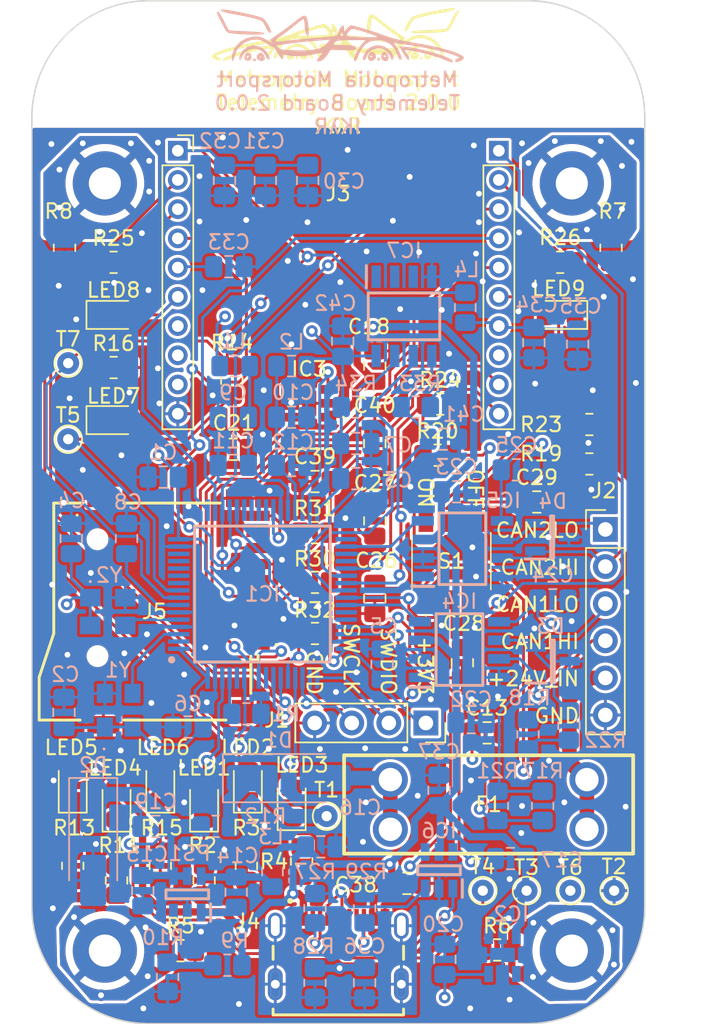
<source format=kicad_pcb>
(kicad_pcb (version 20241229) (generator "pcbnew") (generator_version "9.0")
  (title_block (title "Telemetry module") (date "2025-04-05") (rev "V2.0.0") (company "Metropolia Motorsports") (comment 3 "ivansk@metropolia.fi") (comment 4 "Ivans Karsenieks"))
  (layers (0 "F.Cu" signal) (4 "In1.Cu" signal) (6 "In2.Cu" signal) (2 "B.Cu" signal) (13 "F.Paste" user) (15 "B.Paste" user) (5 "F.SilkS" user "F.Silkscreen") (7 "B.SilkS" user "B.Silkscreen") (1 "F.Mask" user) (3 "B.Mask" user) (25 "Edge.Cuts" user))
  (net 0 "")
  (net 1 "GND")
  (net 2 "Net-(IC1-PG10-NRST)")
  (net 3 "VCC")
  (net 4 "Net-(IC1-VREF+)")
  (net 5 "Net-(IC1-VDDA)")
  (net 6 "Net-(PS1-CB)")
  (net 7 "Net-(PS1-SW)")
  (net 8 "CAN1HI")
  (net 9 "CAN1LO")
  (net 10 "+24V")
  (net 11 "+5V")
  (net 12 "/ADC")
  (net 13 "/CAN/CAN1LO_SW")
  (net 14 "/CAN/CAN2LO_SW")
  (net 15 "/CAN/CAN1HI_SW")
  (net 16 "/CAN/CAN2HI_SW")
  (net 17 "VCCQ")
  (net 18 "Net-(J3-Pin_5)")
  (net 19 "Net-(J3-Pin_17)")
  (net 20 "Net-(C36-Pad1)")
  (net 21 "/I2C_SDA_E")
  (net 22 "Net-(D1-A)")
  (net 23 "Net-(D1-K)")
  (net 24 "Net-(DRL1-Pad1)")
  (net 25 "Net-(DRL2-Pad1)")
  (net 26 "Net-(DRL3-Pad1)")
  (net 27 "Net-(DRL4-Pad1)")
  (net 28 "/RxUART_X")
  (net 29 "/TxUART_X")
  (net 30 "/SPI_MISO")
  (net 31 "/SPI_SS_S")
  (net 32 "/SPI_MOSI")
  (net 33 "Net-(LED1-K)")
  (net 34 "Net-(LED2-K)")
  (net 35 "Net-(LED3-K)")
  (net 36 "Net-(LED4-K)")
  (net 37 "Net-(LED5-K)")
  (net 38 "Net-(LED6-K)")
  (net 39 "Net-(LED7-K)")
  (net 40 "Net-(LED8-K)")
  (net 41 "/PWM_X")
  (net 42 "Net-(LED9-K)")
  (net 43 "Net-(J3-Pin_16)")
  (net 44 "Net-(IC1-PB8-BOOT0)")
  (net 45 "Net-(PS1-FB)")
  (net 46 "Net-(J4-CC1)")
  (net 47 "Net-(J4-CC2)")
  (net 48 "/I2C_SCL_E")
  (net 49 "/SWCLK")
  (net 50 "/SWDIO")
  (net 51 "/SPI_SS_X")
  (net 52 "/SPI_ATTN_X")
  (net 53 "/UART_RTS_X")
  (net 55 "/RECON_X")
  (net 56 "/UART_CTS_X")
  (net 60 "/SPI_CLK")
  (net 61 "CAN2LO")
  (net 62 "CAN2HI")
  (net 65 "/WC_E")
  (net 67 "/USB/D-")
  (net 68 "/USB/D+")
  (net 69 "Net-(IC1-PF0-OSC_IN)")
  (net 73 "/CAN1Rx")
  (net 74 "/CAN1Tx")
  (net 76 "/EN")
  (net 78 "/CAN2Tx")
  (net 81 "/CD_S")
  (net 82 "/CAN2Rx")
  (net 85 "Net-(IC1-PC14-_OSC32_IN)")
  (net 86 "24V_unfused")
  (net 95 "/USB/D+_IN")
  (net 96 "/USB/D-_IN")
  (net 98 "/LED3")
  (net 100 "/LED1")
  (net 101 "/LED2")
  (footprint "Connector:MSD1A" (layer "F.Cu") (at 138.812 101.495 -90)
    (property "Reference" "J5")
    (property "Value" "MSD-1-A" (hide yes))
  )
  (footprint "TestPoint:TestPoint_THTPad_D1.5mm_Drill0.7mm" (layer "F.Cu") (at 170.312 120.595)
    (property "Reference" "T2")
    (property "Value" "Conn_01x01")
  )
  (footprint "Resistor_SMD:R_0805_2012Metric_Pad1.20x1.40mm_HandSolder" (layer "F.Cu") (at 170.1 76.6 90)
    (property "Reference" "R7")
    (property "Value" "0R")
  )
  (footprint "MountingHole:MountingHole_2.2mm_M2_Pad" (layer "F.Cu") (at 167.412 72.195)
    (property "Reference" "DRL3" (hide yes))
    (property "Value" "HOLE4.28.4")
  )
  (footprint "Capacitor_SMD:C_0805_2012Metric_Pad1.18x1.45mm_HandSolder" (layer "F.Cu") (at 153.912 100.595 -90)
    (property "Reference" "C26")
    (property "Value" "2.2nF")
  )
  (footprint "Capacitor_SMD:C_0805_2012Metric_Pad1.18x1.45mm_HandSolder" (layer "F.Cu") (at 153.912 89.995 90)
    (property "Reference" "C40")
    (property "Value" "100nF")
  )
  (footprint "Resistor_SMD:R_0805_2012Metric_Pad1.20x1.40mm_HandSolder" (layer "F.Cu") (at 136.012 84.795)
    (property "Reference" "R16")
    (property "Value" "300R")
  )
  (footprint "Resistor_SMD:R_0805_2012Metric_Pad1.20x1.40mm_HandSolder" (layer "F.Cu") (at 158.4 87.295)
    (property "Reference" "R24")
    (property "Value" "120R")
  )
  (footprint "LED_SMD:LED_0805_2012Metric_Pad1.15x1.40mm_HandSolder" (layer "F.Cu") (at 148.212 114.595 90)
    (property "Reference" "LED3")
    (property "Value" "150080BS75000")
  )
  (footprint "Resistor_SMD:R_0805_2012Metric_Pad1.20x1.40mm_HandSolder" (layer "F.Cu") (at 148.9 118.6 -90)
    (property "Reference" "R4")
    (property "Value" "300R")
  )
  (footprint "LED_SMD:LED_0805_2012Metric_Pad1.15x1.40mm_HandSolder" (layer "F.Cu") (at 145.212 113.395 90)
    (property "Reference" "LED2")
    (property "Value" "SML-210YTT86M")
  )
  (footprint "Resistor_SMD:R_0805_2012Metric_Pad1.20x1.40mm_HandSolder" (layer "F.Cu") (at 149.812 96.095)
    (property "Reference" "R31")
    (property "Value" "10kR")
  )
  (footprint "Capacitor_SMD:C_0805_2012Metric_Pad1.18x1.45mm_HandSolder" (layer "F.Cu") (at 149.812 92.595 180)
    (property "Reference" "C39")
    (property "Value" "4.7µF")
  )
  (footprint "Button_Switch_SMD:CASD20TB1" (layer "F.Cu") (at 159.162 98.045)
    (property "Reference" "S1")
    (property "Value" "CAS-D20TB1" (hide yes))
  )
  (footprint "LED_SMD:LED_0805_2012Metric_Pad1.15x1.40mm_HandSolder" (layer "F.Cu") (at 136.212 114.695 90)
    (property "Reference" "LED4")
    (property "Value" "SML-210YTT86M")
  )
  (footprint "LED_SMD:LED_0805_2012Metric_Pad1.15x1.40mm_HandSolder" (layer "F.Cu") (at 136.012 81.195)
    (property "Reference" "LED8")
    (property "Value" "SML-H12D8TT86")
  )
  (footprint "TestPoint:TestPoint_THTPad_D1.5mm_Drill0.7mm" (layer "F.Cu") (at 167.312 120.595)
    (property "Reference" "T6")
    (property "Value" "Conn_01x01")
  )
  (footprint "LED_SMD:LED_0805_2012Metric_Pad1.15x1.40mm_HandSolder" (layer "F.Cu") (at 142.212 114.695 90)
    (property "Reference" "LED1")
    (property "Value" "XL-2012UPC")
  )
  (footprint "Resistor_SMD:R_0805_2012Metric_Pad1.20x1.40mm_HandSolder" (layer "F.Cu") (at 168.612 91.395 180)
    (property "Reference" "R19")
    (property "Value" "120R")
  )
  (footprint "Capacitor_SMD:C_0805_2012Metric_Pad1.18x1.45mm_HandSolder" (layer "F.Cu") (at 161.612 109.795)
    (property "Reference" "C13")
    (property "Value" "100nF")
  )
  (footprint "LED_SMD:LED_0805_2012Metric_Pad1.15x1.40mm_HandSolder" (layer "F.Cu") (at 166.612 81.195 180)
    (property "Reference" "LED9")
    (property "Value" "SMLMN2WB1CW1")
  )
  (footprint "Connector_USB:GCT_USB4215-03-A_REVA" (layer "F.Cu") (at 151.412 126.995)
    (property "Reference" "J4")
    (property "Value" "USB4215-03-A_REVA")
    (fp_line (start -4.62 -0.6) (end -4.62 0.6) (stroke (width 0.01)) (layer "Edge.Cuts"))
    (fp_line (start -4.02 0.6) (end -4.02 -0.6) (stroke (width 0.01)) (layer "Edge.Cuts"))
    (fp_line (start 4.02 -0.6) (end 4.02 0.6) (stroke (width 0.01)) (layer "Edge.Cuts"))
    (fp_line (start 4.62 0.6) (end 4.62 -0.6) (stroke (width 0.01)) (layer "Edge.Cuts"))
    (fp_arc (start -4.62 -0.6) (mid -4.532132 -0.812132) (end -4.32 -0.9) (stroke (width 0.01)) (layer "Edge.Cuts"))
    (fp_arc (start -4.32 -0.9) (mid -4.107868 -0.812132) (end -4.02 -0.6) (stroke (width 0.01)) (layer "Edge.Cuts"))
    (fp_arc (start -4.32 0.9) (mid -4.532132 0.812132) (end -4.62 0.6) (stroke (width 0.01)) (layer "Edge.Cuts"))
    (fp_arc (start -4.02 0.6) (mid -4.107868 0.812132) (end -4.32 0.9) (stroke (width 0.01)) (layer "Edge.Cuts"))
    (fp_arc (start 4.02 -0.6) (mid 4.107868 -0.812132) (end 4.32 -0.9) (stroke (width 0.01)) (layer "Edge.Cuts"))
    (fp_arc (start 4.32 -0.9) (mid 4.532132 -0.812132) (end 4.62 -0.6) (stroke (width 0.01)) (layer "Edge.Cuts"))
    (fp_arc (start 4.32 0.9) (mid 4.107868 0.812132) (end 4.02 0.6) (stroke (width 0.01)) (layer "Edge.Cuts"))
    (fp_arc (start 4.62 0.6) (mid 4.532132 0.812132) (end 4.32 0.9) (stroke (width 0.01)) (layer "Edge.Cuts"))
  )
  (footprint "Resistor_SMD:R_0805_2012Metric_Pad1.20x1.40mm_HandSolder" (layer "F.Cu") (at 139.212 118.895 -90)
    (property "Reference" "R15")
    (property "Value" "300R")
  )
  (footprint "MountingHole:MountingHole_2.2mm_M2_Pad" (layer "F.Cu") (at 135.412 72.195)
    (property "Reference" "DRL4" (hide yes))
    (property "Value" "HOLE4.28.4")
  )
  (footprint "Resistor_SMD:R_0805_2012Metric_Pad1.20x1.40mm_HandSolder" (layer "F.Cu") (at 132.65 76.6 90)
    (property "Reference" "R8")
    (property "Value" "0R")
  )
  (footprint "Connector_PinHeader_2.54mm:PinHeader_1x06_P2.54mm_Vertical" (layer "F.Cu") (at 169.712 95.875)
    (property "Reference" "J2")
    (property "Value" "Conn_01x06_Socket")
  )
  (footprint "Resistor_SMD:R_0805_2012Metric_Pad1.20x1.40mm_HandSolder" (layer "F.Cu") (at 166.612 77.595 180)
    (property "Reference" "R26")
    (property "Value" "300R")
  )
  (footprint "Resistor_SMD:R_0805_2012Metric_Pad1.20x1.40mm_HandSolder" (layer "F.Cu") (at 142.212 119.895 -90)
    (property "Reference" "R2")
    (property "Value" "300R")
  )
  (footprint "Connector_PinSocket_2.54mm:PinSocket_1x04_P2.54mm_Vertical" (layer "F.Cu") (at 157.412 109.12 -90)
    (property "Reference" "J1")
    (property "Value" "Conn_01x04")
  )
  (footprint "TestPoint:TestPoint_THTPad_D1.5mm_Drill0.7mm" (layer "F.Cu") (at 150.612 115.495)
    (property "Reference" "T1")
    (property "Value" "Conn_01x01")
  )
  (footprint "Capacitor_SMD:C_0805_2012Metric_Pad1.18x1.45mm_HandSolder" (layer "F.Cu") (at 153.912 84.695 90)
    (property "Reference" "C18")
    (property "Value" "1µF")
  )
  (footprint "Resistor_SMD:R_0805_2012Metric_Pad1.20x1.40mm_HandSolder" (layer "F.Cu") (at 136.212 119.895 -90)
    (property "Reference" "R11")
    (property "Value" "1kR")
  )
  (footprint "Resistor_SMD:R_0805_2012Metric_Pad1.20x1.40mm_HandSolder" (layer "F.Cu") (at 145.112 118.895 -90)
    (property "Reference" "R3")
    (property "Value" "300R")
  )
  (footprint "Capacitor_SMD:C_0805_2012Metric_Pad1.18x1.45mm_HandSolder" (layer "F.Cu") (at 156.112 120.095)
    (property "Reference" "C38")
    (property "Value" "10uF")
  )
  (footprint "TestPoint:TestPoint_THTPad_D1.5mm_Drill0.7mm" (layer "F.Cu") (at 132.9 89.7)
    (property "Reference" "T5")
    (property "Value" "Conn_01x01")
  )
  (footprint "LED_SMD:LED_0805_2012Metric_Pad1.15x1.40mm_HandSolder" (layer "F.Cu") (at 133.212 113.395 90)
    (property "Reference" "LED5")
    (property "Value" "SML-210VTT86")
  )
  (footprint "Resistor_SMD:R_0805_2012Metric_Pad1.20x1.40mm_HandSolder" (layer "F.Cu") (at 168.612 88.695 180)
    (property "Reference" "R23")
    (property "Value" "120R")
  )
  (footprint "TestPoint:TestPoint_THTPad_D1.5mm_Drill0.7mm" (layer "F.Cu") (at 164.312 120.595)
    (property "Reference" "T3")
    (property "Value" "Conn_01x01")
  )
  (footprint "Resistor_SMD:R_0805_2012Metric_Pad1.20x1.40mm_HandSolder" (layer "F.Cu") (at 162.3 124.65)
    (property "Reference" "R6")
    (property "Value" "0R")
  )
  (footprint "Metropolia Motorsport:formula_logo" (layer "F.Cu") (at 151.2 61.95)
    (property "Reference" "G***" (hide yes))
    (property "Value" "LOGO" (hide yes))
  )
  (footprint "TestPoint:TestPoint_THTPad_D1.5mm_Drill0.7mm" (layer "F.Cu") (at 161.312 120.595)
    (property "Reference" "T4")
    (property "Value" "Conn_01x01")
  )
  (footprint "Resistor_SMD:R_0805_2012Metric_Pad1.20x1.40mm_HandSolder" (layer "F.Cu") (at 136.012 77.595)
    (property "Reference" "R25")
    (property "Value" "300R")
  )
  (footprint "MountingHole:MountingHole_2.2mm_M2_Pad" (layer "F.Cu") (at 167.412 124.695)
    (property "Reference" "DRL2" (hide yes))
    (property "Value" "HOLE4.28.4")
  )
  (footprint "Capacitor_SMD:C_0805_2012Metric_Pad1.18x1.45mm_HandSolder" (layer "F.Cu") (at 144.212 90.395 180)
    (property "Reference" "C21")
    (property "Value" "1µF")
  )
  (footprint "MountingHole:MountingHole_2.2mm_M2_Pad" (layer "F.Cu") (at 135.412 124.695)
    (property "Reference" "DRL1" (hide yes))
    (property "Value" "HOLE4.28.4")
  )
  (footprint "TestPoint:TestPoint_THTPad_D1.5mm_Drill0.7mm" (layer "F.Cu") (at 132.9 84.495)
    (property "Reference" "T7")
    (property "Value" "Conn_01x01")
  )
  (footprint "Resistor_SMD:R_0805_2012Metric_Pad1.20x1.40mm_HandSolder" (layer "F.Cu") (at 140.6 124.7 180)
    (property "Reference" "R5")
    (property "Value" "0R")
  )
  (footprint "telemetry:XbeeSocket" (layer "F.Cu") (at 140.412 69.9575)
    (property "Reference" "J3")
    (property "Value" "XbeeConnector")
  )
  (footprint "Capacitor_SMD:C_0805_2012Metric_Pad1.18x1.45mm_HandSolder" (layer "F.Cu") (at 165.012 93.995)
    (property "Reference" "C29")
    (property "Value" "2.2nF")
  )
  (footprint "Resistor_SMD:R_0805_2012Metric_Pad1.20x1.40mm_HandSolder" (layer "F.Cu") (at 158.212 90.795)
    (property "Reference" "R20")
    (property "Value" "120R")
  )
  (footprint "Package_TO_SOT_SMD:TLV75533PDYDR" (layer "F.Cu") (at 149.412 87.245 180)
    (property "Reference" "IC3")
    (property "Value" "TLV75533PDYDR" (hide yes))
  )
  (footprint "Capacitor_SMD:C_0805_2012Metric_Pad1.18x1.45mm_HandSolder" (layer "F.Cu") (at 159.912 104.995 -90)
    (property "Reference" "C28")
    (property "Value" "2.2nF")
  )
  (footprint "Capacitor_SMD:C_0805_2012Metric_Pad1.18x1.45mm_HandSolder" (layer "F.Cu") (at 153.912 95.295 90)
    (property "Reference" "C27")
    (property "Value" "2.2nF")
  )
  (footprint "Resistor_SMD:R_0805_2012Metric_Pad1.20x1.40mm_HandSolder" (layer "F.Cu") (at 133.212 118.895 90)
    (property "Reference" "R13")
    (property "Value" "5.1kR")
  )
  (footprint "Resistor_SMD:R_0805_2012Metric_Pad1.20x1.40mm_HandSolder" (layer "F.Cu") (at 149.812 102.995 180)
    (property "Reference" "R32")
    (property "Value" "10kR")
  )
  (footprint "Fuse:3557-2" (layer "F.Cu") (at 161.712 114.695 180)
    (property "Reference" "F1")
    (property "Value" "3557-2" (hide yes))
  )
  (footprint "Resistor_SMD:R_0805_2012Metric_Pad1.20x1.40mm_HandSolder" (layer "F.Cu") (at 149.812 99.495 180)
    (property "Reference" "R30")
    (property "Value" "10kR")
  )
  (footprint "LED_SMD:LED_0805_2012Metric_Pad1.15x1.40mm_HandSolder" (layer "F.Cu") (at 136.012 88.395)
    (property "Reference" "LED7")
    (property "Value" "150080BS75000")
  )
  (footprint "LED_SMD:LED_0805_2012Metric_Pad1.15x1.40mm_HandSolder" (layer "F.Cu") (at 139.212 113.395 90)
    (property "Reference" "LED6")
    (property "Value" "SML-H12P8TT86")
  )
  (footprint "Resistor_SMD:R_0805_2012Metric_Pad1.20x1.40mm_HandSolder" (layer "F.Cu") (at 144.112 85.695 90)
    (property "Reference" "R14")
    (property "Value" "10mR")
  )
  (footprint "Capacitor_SMD:C_0805_2012Metric_Pad1.18x1.45mm_HandSolder" (layer "B.Cu") (at 144.212 91.495 180)
    (property "Reference" "C11")
    (property "Value" "1µF")
  )
  (footprint "Capacitor_SMD:C_0805_2012Metric_Pad1.18x1.45mm_HandSolder" (layer "B.Cu") (at 143.912 77.895 180)
    (property "Reference" "C33")
    (property "Value" "100nF")
  )
  (footprint "Inductor_SMD:L_0805_2012Metric_Pad1.15x1.40mm_HandSolder" (layer "B.Cu") (at 144.312 84.695)
    (property "Reference" "L1")
    (property "Value" "330nH")
  )
  (footprint "Capacitor_SMD:C_0805_2012Metric_Pad1.18x1.45mm_HandSolder" (layer "B.Cu") (at 158.712 125.295 90)
    (property "Reference" "C20")
    (property "Value" "1µF")
  )
  (footprint "Resistor_SMD:R_0805_2012Metric_Pad1.20x1.40mm_HandSolder" (layer "B.Cu") (at 167.212 109.295 90)
    (property "Reference" "R22")
    (property "Value" "120R")
  )
  (footprint "Inductor_SMD:L_0805_2012Metric_Pad1.15x1.40mm_HandSolder" (layer "B.Cu") (at 148.212 84.695 180)
    (property "Reference" "L2")
    (property "Value" "330nH")
  )
  (footprint "Capacitor_SMD:C_0805_2012Metric_Pad1.18x1.45mm_HandSolder" (layer "B.Cu") (at 132.612 108.395 90)
    (property "Reference" "C2")
    (property "Value" "100nF")
  )
  (footprint "Capacitor_SMD:C_0805_2012Metric_Pad1.18x1.45mm_HandSolder" (layer "B.Cu") (at 163.212 118.395 180)
    (property "Reference" "C17")
    (property "Value" "1µF")
  )
  (footprint "Oscillator:SG8018CE80000MTJHPA3" (layer "B.Cu") (at 135.612 101.495)
    (property "Reference" "Y2")
    (property "Value" "SG-8018CE_8.0000M-TJHPA3" (hide yes))
  )
  (footprint "Capacitor_SMD:C_0805_2012Metric_Pad1.18x1.45mm_HandSolder" (layer "B.Cu") (at 136.9 96.5 90)
    (property "Reference" "C8")
    (property "Value" "100nF")
  )
  (footprint "Capacitor_SMD:C_0805_2012Metric_Pad1.18x1.45mm_HandSolder" (layer "B.Cu") (at 148.212 91.495)
    (property "Reference" "C12")
    (property "Value" "1µF")
  )
  (footprint "Diode_SMD:D_SMA_Handsoldering" (layer "B.Cu") (at 134.612 117.395 -90)
    (property "Reference" "D2")
    (property "Value" "1SMA5934BT3G")
  )
  (footprint "Package_SO:SOIC127P600X175-8N" (layer "B.Cu") (at 155.912 81.295 -90)
    (property "Reference" "IC7")
    (property "Value" "M24256E-FMN6TP" (hide yes))
  )
  (footprint "Inductor_SMD:L_0805_2012Metric_Pad1.15x1.40mm_HandSolder" (layer "B.Cu") (at 146.9 119.3 90)
    (property "Reference" "L3")
    (property "Value" "4.7uH")
  )
  (footprint "Diode_SMD:SOT95P255X125-3N" (layer "B.Cu") (at 166.062 96.4)
    (property "Reference" "D4")
    (property "Value" "ESDCAN24-2BLY" (hide yes))
  )
  (footprint "Capacitor_SMD:C_0805_2012Metric_Pad1.18x1.45mm_HandSolder" (layer "B.Cu") (at 139.412 92.295 180)
    (property "Reference" "C1")
    (property "Value" "100nF")
  )
  (footprint "Capacitor_SMD:C_0805_2012Metric_Pad1.18x1.45mm_HandSolder" (layer "B.Cu") (at 146.412 71.995 -90)
    (property "Reference" "C31")
    (property "Value" "1µF")
  )
  (footprint "Capacitor_SMD:C_0805_2012Metric_Pad1.18x1.45mm_HandSolder" (layer "B.Cu") (at 159.512 93.295)
    (property "Reference" "C23")
    (property "Value" "100nF")
  )
  (footprint "Capacitor_SMD:C_0805_2012Metric_Pad1.18x1.45mm_HandSolder" (layer "B.Cu") (at 167.812 83.195 -90)
    (property "Reference" "C35")
    (property "Value" "100nF")
  )
  (footprint "Resistor_SMD:R_0805_2012Metric_Pad1.20x1.40mm_HandSolder" (layer "B.Cu") (at 165.412 114.795 -90)
    (property "Reference" "R17")
    (property "Value" "120R")
  )
  (footprint "Metropolia Motorsport:formula_logo" (layer "B.Cu") (at 151.55 62.05 180)
    (property "Reference" "G***" (hide yes))
    (property "Value" "LOGO" (hide yes))
  )
  (footprint "Capacitor_SMD:C_0805_2012Metric_Pad1.18x1.45mm_HandSolder" (layer "B.Cu") (at 141.112 109.395 180)
    (property "Reference" "C6")
    (property "Value" "100nF")
  )
  (footprint "Resistor_SMD:R_0805_2012Metric_Pad1.20x1.40mm_HandSolder" (layer "B.Cu") (at 143.012 116.195 180)
    (property "Reference" "R12")
    (property "Value" "10mR")
  )
  (footprint "Capacitor_SMD:C_0805_2012Metric_Pad1.18x1.45mm_HandSolder" (layer "B.Cu") (at 143.612 71.995 -90)
    (property "Reference" "C32")
    (property "Value" "8.2pF")
  )
  (footprint "Capacitor_SMD:C_0805_2012Metric_Pad1.18x1.45mm_HandSolder" (layer "B.Cu") (at 152.612 89.995)
    (property "Reference" "C7")
    (property "Value" "4.7µF")
  )
  (footprint "Capacitor_SMD:C_0805_2012Metric_Pad1.18x1.45mm_HandSolder" (layer "B.Cu") (at 148.212 88.195)
    (property "Reference" "C10")
    (property "Value" "10nF")
  )
  (footprint "Capacitor_SMD:C_0805_2012Metric_Pad1.18x1.45mm_HandSolder" (layer "B.Cu") (at 153.212 126.895 90)
    (property "Reference" "C36")
    (property "Value" "2.2nF")
  )
  (footprint "Oscillator:ECS327MVATX3CNTR" (layer "B.Cu") (at 136.362 108.245 90)
    (property "Reference" "Y1")
    (property "Value" "ECS-327MVATX-3-CN-TR3" (hide yes))
  )
  (footprint "Resistor_SMD:R_0805_2012Metric_Pad1.20x1.40mm_HandSolder" (layer "B.Cu") (at 164.412 109.895 90)
    (property "Reference" "R18")
    (property "Value" "120R")
  )
  (footprint "Package_SO:SOIC127P600X175-8N" (layer "B.Cu") (at 159.712 104.095)
    (property "Reference" "IC4")
    (property "Value" "TCAN1462VDRQ1" (hide yes))
  )
  (footprint "Inductor_SMD:L_0805_2012Metric_Pad1.15x1.40mm_HandSolder" (layer "B.Cu") (at 160.112 80.695 90)
    (property "Reference" "L4")
    (property "Value" "330nH")
  )
  (footprint "Capacitor_SMD:C_0805_2012Metric_Pad1.18x1.45mm_HandSolder" (layer "B.Cu") (at 164.812 83.095 90)
    (property "Reference" "C34")
    (property "Value" "1µF")
  )
  (footprint "Capacitor_SMD:C_0805_2012Metric_Pad1.18x1.45mm_HandSolder" (layer "B.Cu") (at 154.412 105.095 90)
    (property "Reference" "C5")
    (property "Value" "100nF")
  )
  (footprint "Resistor_SMD:R_0805_2012Metric_Pad1.20x1.40mm_HandSolder" (layer "B.Cu") (at 139.712 126.495 -90)
    (property "Reference" "R10")
    (property "Value" "22.1kR")
  )
  (footprint "Resistor_SMD:R_0805_2012Metric_Pad1.20x1.40mm_HandSolder" (layer "B.Cu") (at 149.812 126.9 -90)
    (property "Reference" "R28")
    (property "Value" "1MR")
  )
  (footprint "Package_TO_SOT_SMD:SOT95P280X145-6N" (layer "B.Cu") (at 141.062 120.845 90)
    (property "Reference" "PS1")
    (property "Value" "LMR50410YFQDBVRQ1" (hide yes))
  )
  (footprint "Capacitor_SMD:C_0805_2012Metric_Pad1.18x1.45mm_HandSolder" (layer "B.Cu") (at 158.612 89.695)
    (property "Reference" "C41")
    (property "Value" "30pF")
  )
  (footprint "Capacitor_SMD:C_0805_2012Metric_Pad1.18x1.45mm_HandSolder" (layer "B.Cu") (at 158.312 113.7325 90)
    (property "Reference" "C37")
    (property "Value" "100nF")
  )
  (footprint "Package_TO_SOT_SMD:SOT95P280X145-6N" (layer "B.Cu") (at 158.312 119.195 90)
    (property "Reference" "IC6")
    (property "Value" "USBLC6-2SC6" (hide yes))
  )
  (footprint "Package_SO:SOIC127P600X175-8N" (layer "B.Cu") (at 159.912 97.195)
    (property "Reference" "IC5")
    (property "Value" "TCAN1462VDRQ1" (hide yes))
  )
  (footprint "Resistor_SMD:R_0805_2012Metric_Pad1.20x1.40mm_HandSolder" (layer "B.Cu") (at 149.812 121.795 -90)
    (property "Reference" "R27")
    (property "Value" "5.1kR")
  )
  (footprint "Resistor_SMD:R_0805_2012Metric_Pad1.20x1.40mm_HandSolder" (layer "B.Cu") (at 152.612 87.495)
    (property "Reference" "R34")
    (property "Value" "4kR")
  )
  (footprint "Package_TO_SOT_SMD:TLV75533PDYDR" (layer "B.Cu") (at 162.662 124.995 -90)
    (property "Reference" "IC2")
    (property "Value" "TLV75533PDYDR" (hide yes))
  )
  (footprint "Resistor_SMD:R_0805_2012Metric_Pad1.20x1.40mm_HandSolder" (layer "B.Cu") (at 162.312 114.795 -90)
    (property "Reference" "R21")
    (property "Value" "120R")
  )
  (footprint "Capacitor_SMD:C_0805_2012Metric_Pad1.18x1.45mm_HandSolder" (layer "B.Cu") (at 144.412 120.695 90)
    (property "Reference" "C14")
    (property "Value" "100nF")
  )
  (footprint "Capacitor_SMD:C_0805_2012Metric_Pad1.18x1.45mm_HandSolder" (layer "B.Cu") (at 160.512 109.095)
    (property "Reference" "C22")
    (property "Value" "100nF")
  )
  (footprint "Capacitor_SMD:C_0805_2012Metric_Pad1.18x1.45mm_HandSolder" (layer "B.Cu") (at 133.112 96.5 90)
    (property "Reference" "C4")
    (property "Value" "100nF")
  )
  (footprint "Capacitor_SMD:C_0805_2012Metric_Pad1.18x1.45mm_HandSolder" (layer "B.Cu") (at 149.312 71.995 -90)
    (property "Reference" "C30")
    (property "Value" "10uF")
  )
  (footprint "Capacitor_SMD:C_0805_2012Metric_Pad1.18x1.45mm_HandSolder" (layer "B.Cu") (at 163.612 91.795)
    (property "Reference" "C25")
    (property "Value" "100nF")
  )
  (footprint "Resistor_SMD:R_0805_2012Metric_Pad1.20x1.40mm_HandSolder" (layer "B.Cu") (at 153.212 121.795 -90)
    (property "Reference" "R29")
    (property "Value" "5.1kR")
  )
  (footprint "Capacitor_SMD:C_0805_2012Metric_Pad1.18x1.45mm_HandSolder" (layer "B.Cu") (at 138.912 116.195 180)
    (property "Reference" "C19")
    (property "Value" "4.7µF")
  )
  (footprint "Package_QFP:QFP50P1200X1200X160-64N" (layer "B.Cu") (at 146.212 100.295)
    (property "Reference" "IC1")
    (property "Value" "STM32G484RET6" (hide yes))
  )
  (footprint "Capacitor_SMD:C_0805_2012Metric_Pad1.18x1.45mm_HandSolder" (layer "B.Cu") (at 151.712 82.995 90)
    (property "Reference" "C42")
    (property "Value" "100nF")
  )
  (footprint "Capacitor_SMD:C_0805_2012Metric_Pad1.18x1.45mm_HandSolder" (layer "B.Cu") (at 138.012 120.595 -90)
    (property "Reference" "C15")
    (property "Value" "2.2uF")
  )
  (footprint "Resistor_SMD:R_0805_2012Metric_Pad1.20x1.40mm_HandSolder" (layer "B.Cu") (at 145.112 108.495)
    (property "Reference" "R1")
    (property "Value" "10kR")
  )
  (footprint "Capacitor_SMD:C_0805_2012Metric_Pad1.18x1.45mm_HandSolder" (layer "B.Cu") (at 144.212 88.195 180)
    (property "Reference" "C9")
    (property "Value" "100nF")
  )
  (footprint "Diode_SMD:D_SMA_Handsoldering" (layer "B.Cu") (at 148.012 112.895)
    (property "Reference" "D1")
    (property "Value" "SX33L_R1_00001")
  )
  (footprint "Resistor_SMD:R_0805_2012Metric_Pad1.20x1.40mm_HandSolder" (layer "B.Cu") (at 143.812 125.695)
    (property "Reference" "R9")
    (property "Value" "88.7kR")
  )
  (footprint "Resistor_SMD:R_0805_2012Metric_Pad1.20x1.40mm_HandSolder" (layer "B.Cu") (at 156.712 87.495 180)
    (property "Reference" "R33")
    (property "Value" "4kR")
  )
  (footprint "Capacitor_SMD:C_0805_2012Metric_Pad1.18x1.45mm_HandSolder" (layer "B.Cu") (at 150.212 117.595)
    (property "Reference" "C16")
    (property "Value" "10uF")
  )
  (footprint "Capacitor_SMD:C_0805_2012Metric_Pad1.18x1.45mm_HandSolder" (layer "B.Cu") (at 152.612 92.395)
    (property "Reference" "C3")
    (property "Value" "100nF")
  )
  (footprint "Diode_SMD:SOT95P255X125-3N" (layer "B.Cu") (at 166.112 104.895)
    (property "Reference" "D3")
    (property "Value" "ESDCAN24-2BLY" (hide yes))
  )
  (footprint "Capacitor_SMD:C_0805_2012Metric_Pad1.18x1.45mm_HandSolder" (layer "B.Cu") (at 166.112 100.695)
    (property "Reference" "C24")
    (property "Value" "100nF")
  )
  (gr_line (start 138.412 59.695) (end 164.412 59.695) (stroke (width 0.1)) (layer "Edge.Cuts"))
  (gr_arc (start 172.412 121.695) (mid 170.068854 127.351854) (end 164.412 129.695) (stroke (width 0.1)) (layer "Edge.Cuts"))
  (gr_arc (start 164.412 59.695) (mid 170.068854 62.038146) (end 172.412 67.695) (stroke (width 0.1)) (layer "Edge.Cuts"))
  (gr_arc (start 138.412 129.695) (mid 132.755146 127.351854) (end 130.412 121.695) (stroke (width 0.1)) (layer "Edge.Cuts"))
  (gr_line (start 130.412 121.695) (end 130.412 67.695) (stroke (width 0.1)) (layer "Edge.Cuts"))
  (gr_arc (start 130.412 67.695) (mid 132.755146 62.038146) (end 138.412 59.695) (stroke (width 0.1)) (layer "Edge.Cuts"))
  (gr_line (start 172.412 67.695) (end 172.412 121.695) (stroke (width 0.1)) (layer "Edge.Cuts"))
  (gr_line (start 164.412 129.695) (end 138.412 129.695) (stroke (width 0.1)) (layer "Edge.Cuts"))
  (gr_text "+3V3" (at 156.792 107.295 270) (layer "F.SilkS") (effects (font (size 1 1) (thickness 0.154)) (justify right bottom)))
  (gr_text "GND" (at 149.172 107.295 270) (layer "F.SilkS") (effects (font (size 1 1) (thickness 0.154)) (justify right bottom)))
  (gr_text "+24V_IN" (at 168.012 106.675 0) (layer "F.SilkS") (effects (font (size 1 1)) (justify right bottom)))
  (gr_text "CAN2HI" (at 168.012 99.055 0) (layer "F.SilkS") (effects (font (size 1 1)) (justify right bottom)))
  (gr_text "OFF" (at 160.212 94.595 270) (layer "F.SilkS") (effects (font (size 1 1)) (justify right bottom)))
  (gr_text "CAN1LO" (at 168.012 101.595 0) (layer "F.SilkS") (effects (font (size 1 1)) (justify right bottom)))
  (gr_text "GND" (at 168.012 109.215 0) (layer "F.SilkS") (effects (font (size 1 1)) (justify right bottom)))
  (gr_text "SWDIO" (at 154.252 107.295 270) (layer "F.SilkS") (effects (font (size 1 1) (thickness 0.154)) (justify right bottom)))
  (gr_text "CAN2LO" (at 168.012 96.515 0) (layer "F.SilkS") (effects (font (size 1 1)) (justify right bottom)))
  (gr_text "SWCLK" (at 151.712 107.295 270) (layer "F.SilkS") (effects (font (size 1 1) (thickness 0.154)) (justify right bottom)))
  (gr_text "CAN1HI" (at 168.012 104.135 0) (layer "F.SilkS") (effects (font (size 1 1)) (justify right bottom)))
  (gr_text "ON" (at 156.812 94.495 270) (layer "F.SilkS") (effects (font (size 1 1)) (justify right bottom)))
  (gr_text "Metropolia Motorsport\nTelemetry Board 2.0.0\nIKλR" (at 151.4 66.65 0) (layer "F.SilkS") (effects (font (size 1 1))))
  (gr_text "Metropolia Motorsport\nTelemetry Board 2.0.0\nIKλR" (at 151.35 66.7 0) (layer "B.SilkS") (effects (font (size 1 1)) (justify mirror)))
  (via (at 160.6 97.1) (size 0.8) (drill 0.4) (layers "F.Cu" "B.Cu") (net 1))
  (via (at 156.390374 85.737377) (size 0.8) (drill 0.4) (layers "F.Cu" "B.Cu") (net 1))
  (via (at 163.15 128.05) (size 0.8) (drill 0.4) (layers "F.Cu" "B.Cu") (net 1))
  (via (at 163.75 80.95) (size 0.8) (drill 0.4) (layers "F.Cu" "B.Cu") (net 1))
  (via (at 131.9 113.05) (size 0.8) (drill 0.4) (layers "F.Cu" "B.Cu") (net 1))
  (via (at 161.3 78.9) (size 0.8) (drill 0.4) (layers "F.Cu" "B.Cu") (net 1))
  (via (at 138.05 128.65) (size 0.8) (drill 0.4) (layers "F.Cu" "B.Cu") (net 1))
  (via (at 140.7 112.05) (size 0.8) (drill 0.4) (layers "F.Cu" "B.Cu") (net 1))
  (via (at 145.1 74.7) (size 0.8) (drill 0.4) (layers "F.Cu" "B.Cu") (net 1))
  (via (at 166.9 114.55) (size 0.8) (drill 0.4) (layers "F.Cu" "B.Cu") (net 1))
  (via (at 146.3 86.35) (size 0.8) (drill 0.4) (layers "F.Cu" "B.Cu") (net 1))
  (via (at 139.05 69.4) (size 0.8) (drill 0.4) (layers "F.Cu" "B.Cu") (net 1))
  (via (at 142.8 86.7) (size 0.8) (drill 0.4) (layers "F.Cu" "B.Cu") (net 1))
  (via (at 159 83.85) (size 0.8) (drill 0.4) (layers "F.Cu" "B.Cu") (net 1))
  (via (at 151.5 125.9) (size 0.8) (drill 0.4) (layers "F.Cu" "B.Cu") (net 1))
  (via (at 146.35 116.15) (size 0.8) (drill 0.4) (layers "F.Cu" "B.Cu") (net 1))
  (via (at 166.8 98.4) (size 0.8) (drill 0.4) (layers "F.Cu" "B.Cu") (net 1))
  (via (at 147.65 102) (size 0.8) (drill 0.4) (layers "F.Cu" "B.Cu") (net 1))
  (via (at 142.4 107.7) (size 0.8) (drill 0.4) (layers "F.Cu" "B.Cu") (net 1))
  (via (at 131.85 121.8) (size 0.8) (drill 0.4) (layers "F.Cu" "B.Cu") (net 1))
  (via (at 146.240361 89.370766) (size 0.8) (drill 0.4) (layers "F.Cu" "B.Cu") (net 1))
  (via (at 139.65 95.65) (size 0.8) (drill 0.4) (layers "F.Cu" "B.Cu") (net 1))
  (via (at 142 123.4) (size 0.8) (drill 0.4) (layers "F.Cu" "B.Cu") (net 1))
  (via (at 153.35 76.85) (size 0.8) (drill 0.4) (layers "F.Cu" "B.Cu") (net 1))
  (via (at 162.35 107.3) (size 0.8) (drill 0.4) (layers "F.Cu" "B.Cu") (net 1))
  (via (at 142.3 103.95) (size 0.8) (drill 0.4) (layers "F.Cu" "B.Cu") (net 1))
  (via (at 139.15 87.25) (size 0.8) (drill 0.4) (layers "F.Cu" "B.Cu") (net 1))
  (via (at 171.15 100.15) (size 0.8) (drill 0.4) (layers "F.Cu" "B.Cu") (net 1))
  (via (at 160.7 69.6) (size 0.8) (drill 0.4) (layers "F.Cu" "B.Cu") (net 1))
  (via (at 155.65 80.8) (size 0.8) (drill 0.4) (layers "F.Cu" "B.Cu") (net 1))
  (via (at 138.4 79.5) (size 0.8) (drill 0.4) (layers "F.Cu" "B.Cu") (net 1))
  (via (at 137.1 86.5) (size 0.8) (drill 0.4) (layers "F.Cu" "B.Cu") (net 1))
  (via (at 140.85 114.55) (size 0.8) (drill 0.4) (layers "F.Cu" "B.Cu") (net 1))
  (via (at 143.6 117.8) (size 0.8) (drill 0.4) (layers "F.Cu" "B.Cu") (net 1))
  (via (at 134.8 117.4) (size 0.8) (drill 0.4) (layers "F.Cu" "B.Cu") (net 1))
  (via (at 167.4 102.15) (size 0.8) (drill 0.4) (layers "F.Cu" "B.Cu") (net 1))
  (via (at 144.3 102.45) (size 0.8) (drill 0.4) (layers "F.Cu" "B.Cu") (net 1))
  (via (at 133.45 81.5) (size 0.8) (drill 0.4) (layers "F.Cu" "B.Cu") (net 1))
  (via (at 146.7 93.221) (size 0.8) (drill 0.4) (layers "F.Cu" "B.Cu") (net 1))
  (via (at 143.5 69.05) (size 0.8) (drill 0.4) (layers "F.Cu" "B.Cu") (net 1))
  (via (at 141.1495 94.3) (size 0.8) (drill 0.4) (layers "F.Cu" "B.Cu") (net 1))
  (via (at 133.9 91.8) (size 0.8) (drill 0.4) (layers "F.Cu" "B.Cu") (net 1))
  (via (at 153.3 114.55) (size 0.8) (drill 0.4) (layers "F.Cu" "B.Cu") (net 1))
  (via (at 151.9 95.1) (size 0.8) (drill 0.4) (layers "F.Cu" "B.Cu") (net 1))
  (via (at 132.6 94.05) (size 0.8) (drill 0.4) (layers "F.Cu" "B.Cu") (net 1))
  (via (at 150.15 110.9) (size 0.8) (drill 0.4) (layers "F.Cu" "B.Cu") (net 1))
  (via (at 141.9 71.7) (size 0.8) (drill 0.4) (layers "F.Cu" "B.Cu") (net 1))
  (via (at 152.05 69.9) (size 0.8) (drill 0.4) (layers "F.Cu" "B.Cu") (net 1))
  (via (at 151.55 78.95) (size 0.8) (drill 0.4) (layers "F.Cu" "B.Cu") (net 1))
  (via (at 171.6 78.75) (size 0.8) (drill 0.4) (layers "F.Cu" "B.Cu") (net 1))
  (via (at 136.75 104.35) (size 0.8) (drill 0.4) (layers "F.Cu" "B.Cu") (net 1))
  (via (at 157.75 107.5) (size 0.8) (drill 0.4) (layers "F.Cu" "B.Cu") (net 1))
  (via (at 140.9 117.6) (size 0.8) (drill 0.4) (layers "F.Cu" "B.Cu") (net 1))
  (via (at 139.05 84.85) (size 0.8) (drill 0.4) (layers "F.Cu" "B.Cu") (net 1))
  (via (at 149.95 104.35) (size 0.8) (drill 0.4) (layers "F.Cu" "B.Cu") (net 1))
  (via (at 160.85 99.1) (size 0.8) (drill 0.4) (layers "F.Cu" "B.Cu") (net 1))
  (via (at 137.95 75.6) (size 0.8) (drill 0.4) (layers "F.Cu" "B.Cu") (net 1))
  (via (at 169.6 79.95) (size 0.8) (drill 0.4) (layers "F.Cu" "B.Cu") (net 1))
  (via (at 141.9 74.8) (size 0.8) (drill 0.4) (layers "F.Cu" "B.Cu") (net 1))
  (via (at 160.5 113.05) (size 0.8) (drill 0.4) (layers "F.Cu" "B.Cu") (net 1))
  (via (at 144.6 128.35) (size 0.8) (drill 0.4) (layers "F.Cu" "B.Cu") (net 1))
  (via (at 149.3 74.85) (size 0.8) (drill 0.4) (layers "F.Cu" "B.Cu") (net 1))
  (via (at 161.05 74.85) (size 0.8) (drill 0.4) (layers "F.Cu" "B.Cu") (net 1))
  (via (at 142.1 79.5) (size 0.8) (drill 0.4) (layers "F.Cu" "B.Cu") (net 1))
  (via (at 164 69.45) (size 0.8) (drill 0.4) (layers "F.Cu" "B.Cu") (net 1))
  (via (at 153.1 117.25) (size 0.8) (drill 0.4) (layers "F.Cu" "B.Cu") (net 1))
  (via (at 168.55 89.95) (size 0.8) (drill 0.4) (layers "F.Cu" "B.Cu") (net 1))
  (via (at 152.65 105.65) (size 0.8) (drill 0.4) (layers "F.Cu" "B.Cu") (net 1))
  (via (at 153.25 110.85) (size 0.8) (drill 0.4) (layers "F.Cu" "B.Cu") (net 1))
  (via (at 163.079541 122.479541) (size 0.8) (drill 0.4) (layers "F.Cu" "B.Cu") (net 1))
  (via (at 164.85 102.65) (size 0.8) (drill 0.4) (layers "F.Cu" "B.Cu") (net 1))
  (via (at 168.75 93.15) (size 0.8) (drill 0.4) (layers "F.Cu" "B.Cu") (net 1))
  (via (at 163.8 75.55) (size 0.8) (drill 0.4) (layers "F.Cu" "B.Cu") (net 1))
  (via (at 156.85 114.1) (size 0.8) (drill 0.4) (layers "F.Cu" "B.Cu") (net 1))
  (via (at 147.95 77.5) (size 0.8) (drill 0.4) (layers "F.Cu" "B.Cu") (net 1))
  (via (at 131.75 69.5) (size 0.8) (drill 0.4) (layers "F.Cu" "B.Cu") (net 1))
  (via (at 147.55 97.95) (size 0.8) (drill 0.4) (layers "F.Cu" "B.Cu") (net 1))
  (via (at 146.65 110.9) (size 0.8) (drill 0.4) (layers "F.Cu" "B.Cu") (net 1))
  (via (at 136.55 90.8) (size 0.8) (drill 0.4) (layers "F.Cu" "B.Cu") (net 1))
  (via (at 156.3 71.75) (size 0.8) (drill 0.4) (layers "F.Cu" "B.Cu") (net 1))
  (via (at 166.7 118.55) (size 0.8) (drill 0.4) (layers "F.Cu" "B.Cu") (net 1))
  (via (at 134.45 98.85) (size 0.8) (drill 0.4) (layers "F.Cu" "B.Cu") (net 1))
  (via (at 131.8 99.65) (size 0.8) (drill 0.4) (layers "F.Cu" "B.Cu") (net 1))
  (via (at 164.9 85.9) (size 0.8) (drill 0.4) (layers "F.Cu" "B.Cu") (net 1))
  (via (at 160.45 128.65) (size 0.8) (drill 0.4) (layers "F.Cu" "B.Cu") (net 1))
  (via (at 151.25 107) (size 0.8) (drill 0.4) (layers "F.Cu" "B.Cu") (net 1))
  (via (at 138.3 103.05) (size 0.8) (drill 0.4) (layers "F.Cu" "B.Cu") (net 1))
  (via (at 156.35 92.95) (size 0.8) (drill 0.4) (layers "F.Cu" "B.Cu") (net 1))
  (via (at 133 86.9) (size 0.8) (drill 0.4) (layers "F.Cu" "B.Cu") (net 1))
  (via (at 132.85 104.45) (size 0.8) (drill 0.4) (layers "F.Cu" "B.Cu") (net 1))
  (via (at 156.95 76.9) (size 0.8) (drill 0.4) (layers "F.Cu" "B.Cu") (net 1))
  (via (at 144.48441 98.596905) (size 0.8) (drill 0.4) (layers "F.Cu" "B.Cu") (net 1))
  (via (at 136.05 79) (size 0.8) (drill 0.4) (layers "F.Cu" "B.Cu") (net 1))
  (via (at 165.85 111.7) (size 0.8) (drill 0.4) (layers "F.Cu" "B.Cu") (net 1))
  (via (at 148.2 83.2) (size 0.8) (drill 0.4) (layers "F.Cu" "B.Cu") (net 1))
  (via (at 164 114.8) (size 0.8) (drill 0.4) (layers "F.Cu" "B.Cu") (net 1))
  (via (at 158.5 102.45) (size 0.8) (drill 0.4) (layers "F.Cu" "B.Cu") (net 1))
  (via (at 171.8 85.85) (size 0.8) (drill 0.4) (layers "F.Cu" "B.Cu") (net 1))
  (via (at 163.15 119.8) (size 0.8) (drill 0.4) (layers "F.Cu" "B.Cu") (net 1))
  (via (at 136.5 111) (size 0.8) (drill 0.4) (layers "F.Cu" "B.Cu") (net 1))
  (via (at 160.85 77) (size 0.8) (drill 0.4) (layers "F.Cu" "B.Cu") (net 1))
  (via (at 163.05 89.35) (size 0.8) (drill 0.4) (layers "F.Cu" "B.Cu") (net 1))
  (via (at 140.85 105.8) (size 0.8) (drill 0.4) (layers "F.Cu" "B.Cu") (net 1))
  (via (at 156 110.9) (size 0.8) (drill 0.4) (layers "F.Cu" "B.Cu") (net 1))
  (via (at 164.85 79.15) (size 0.8) (drill 0.4) (layers "F.Cu" "B.Cu") (net 1))
  (via (at 160.55 107.5) (size 0.8) (drill 0.4) (layers "F.Cu" "B.Cu") (net 1))
  (via (at 138.6 107.75) (size 0.8) (drill 0.4) (layers "F.Cu" "B.Cu") (net 1))
  (via (at 149.15 80.5) (size 0.8) (drill 0.4) (layers "F.Cu" "B.Cu") (net 1))
  (via (at 150.05 101.15) (size 0.8) (drill 0.4) (layers "F.Cu" "B.Cu") (net 1))
  (via (at 165.8 96.4) (size 0.8) (drill 0.4) (layers "F.Cu" "B.Cu") (net 1))
  (via (at 132.25 79.2) (size 0.8) (drill 0.4) (layers "F.Cu" "B.Cu") (net 1))
  (via (at 155.15 74.75) (size 0.8) (drill 0.4) (layers "F.Cu" "B.Cu") (net 1))
  (via (at 163.95 116.65) (size 0.8) (drill 0.4) (layers "F.Cu" "B.Cu") (net 1))
  (via (at 161.05 72.9) (size 0.8) (drill 0.4) (layers "F.Cu" "B.Cu") (net 1))
  (via (at 171.1 114.85) (size 0.8) (drill 0.4) (layers "F.Cu" "B.Cu") (net 1))
  (via (at 158.5 80.85) (size 0.8) (drill 0.4) (layers "F.Cu" "B.Cu") (net 1))
  (via (at 148.183301 87.195) (size 0.8) (drill 0.4) (layers "F.Cu" "B.Cu") (net 1))
  (via (at 160.75 102.6) (size 0.8) (drill 0.4) (layers "F.Cu" "B.Cu") (net 1))
  (via (at 168.85 86.35) (size 0.8) (drill 0.4) (layers "F.Cu" "B.Cu") (net 1))
  (via (at 171.5 69.35) (size 0.8) (drill 0.4) (layers "F.Cu" "B.Cu") (net 1))
  (segment (start 151.5425 125.8575) (end 151.5 125.9) (width 0.5) (layer "B.Cu") (net 1))
  (segment (start 153.212 125.8575) (end 151.5425 125.8575) (width 0.5) (layer "B.Cu") (net 1))
  (segment (start 151.495 125.895) (end 151.5 125.9) (width 0.5) (layer "B.Cu") (net 1))
  (segment (start 149.812 125.895) (end 151.495 125.895) (width 0.5) (layer "B.Cu") (net 1))
  (segment (start 140.474 101.045) (end 139.045 101.045) (width 0.2) (layer "B.Cu") (net 2))
  (segment (start 139.045 101.045) (end 136.9 98.9) (width 0.2) (layer "B.Cu") (net 2))
  (segment (start 136.9 98.9) (end 136.9 97.8325) (width 0.2) (layer "B.Cu") (net 2))
  (segment (start 150.812 104.612) (end 151.1 104.9) (width 0.2) (layer "F.Cu") (net 3))
  (segment (start 160.5745 111.5745) (end 160.6 111.6) (width 0.2) (layer "F.Cu") (net 3))
  (segment (start 150.812 99.495) (end 150.812 102.995) (width 0.2) (layer "F.Cu") (net 3))
  (segment (start 151.105 92.595) (end 152.6675 91.0325) (width 0.2) (layer "F.Cu") (net 3))
  (segment (start 152.6675 91.0325) (end 153.912 91.0325) (width 0.2) (layer "F.Cu") (net 3))
  (segment (start 150.812 96.095) (end 150.812 99.495) (width 0.2) (layer "F.Cu") (net 3))
  (segment (start 150.812 96.095) (end 150.62584 96.095) (width 0.2) (layer "F.Cu") (net 3))
  (segment (start 150.62584 96.095) (end 147.6 99.12084) (width 0.2) (layer "F.Cu") (net 3))
  (segment (start 147.6 99.757) (end 146.912 100.445) (width 0.2) (layer "F.Cu") (net 3))
  (segment (start 138.7 110.6) (end 138.7 111.858) (width 0.2) (layer "F.Cu") (net 3))
  (segment (start 145.912 100.445) (end 144.145 100.445) (width 0.2) (layer "F.Cu") (net 3))
  (segment (start 150.8495 92.595) (end 150.8495 96.0575) (width 0.2) (layer "F.Cu") (net 3))
  (segment (start 150.8495 96.0575) (end 150.812 96.095) (width 0.2) (layer "F.Cu") (net 3))
  (segment (start 150.8495 92.595) (end 151.105 92.595) (width 0.2) (layer "F.Cu") (net 3))
  (segment (start 146.912 100.445) (end 145.912 100.445) (width 0.2) (layer "F.Cu") (net 3))
  (segment (start 147.6 99.12084) (end 147.6 99.757) (width 0.2) (layer "F.Cu") (net 3))
  (segment (start 150.812 102.995) (end 150.812 104.612) (width 0.2) (layer "F.Cu") (net 3))
  (segment (start 138.7 111.858) (end 139.212 112.37) (width 0.2) (layer "F.Cu") (net 3))
  (segment (start 160.5745 109.795) (end 160.5745 111.5745) (width 0.2) (layer "F.Cu") (net 3))
  (segment (start 144.145 100.445) (end 143.9 100.2) (width 0.2) (layer "F.Cu") (net 3))
  (via (at 166 102.3) (size 0.8) (drill 0.4) (layers "F.Cu" "B.Cu") (net 3))
  (via (at 160.6 111.6) (size 0.8) (drill 0.4) (layers "F.Cu" "B.Cu") (net 3))
  (via (at 143.65 81.3) (size 0.8) (drill 0.4) (layers "F.Cu" "B.Cu") (net 3))
  (via (at 138.7 110.6) (size 0.8) (drill 0.4) (layers "F.Cu" "B.Cu") (net 3))
  (via (at 149.6 82.3) (size 0.8) (drill 0.4) (layers "F.Cu" "B.Cu") (net 3))
  (via (at 139.1 90.8) (size 0.8) (drill 0.4) (layers "F.Cu" "B.Cu") (net 3))
  (via (at 158.7 127.9) (size 0.8) (drill 0.4) (layers "F.Cu" "B.Cu") (net 3))
  (via (at 132.8 101) (size 0.8) (drill 0.4) (layers "F.Cu" "B.Cu") (net 3))
  (via (at 151.1 104.9) (size 0.8) (drill 0.4) (layers "F.Cu" "B.Cu") (net 3))
  (via (at 143.9 100.2) (size 0.8) (drill 0.4) (layers "F.Cu" "B.Cu") (net 3))
  (via (at 159.2 85.5) (size 0.8) (drill 0.4) (layers "F.Cu" "B.Cu") (net 3))
  (via (at 165.4 90) (size 0.8) (drill 0.4) (layers "F.Cu" "B.Cu") (net 3))
  (segment (start 140.4495 92.295) (end 140.4495 92.1495) (width 0.2) (layer "B.Cu") (net 3))
  (segment (start 154.412 106.1325) (end 154.412 106.612) (width 0.2) (layer "B.Cu") (net 3))
  (segment (start 142.1495 109.395) (end 141.6 108.8455) (width 0.2) (layer "B.Cu") (net 3))
  (segment (start 140.9445 110.6) (end 138.7 110.6) (width 0.2) (layer "B.Cu") (net 3))
  (segment (start 140.4495 92.1495) (end 139.1 90.8) (width 0.2) (layer "B.Cu") (net 3))
  (segment (start 137.312 109.395) (end 137.495 109.395) (width 0.2) (layer "B.Cu") (net 3))
  (segment (start 165.0745 101.7745) (end 165.0745 100.695) (width 0.2) (layer "B.Cu") (net 3))
  (segment (start 161.6745 126.3325) (end 161.712 126.295) (width 0.2) (layer "B.Cu") (net 3))
  (segment (start 142.1495 109.395) (end 140.9445 110.6) (width 0.2) (layer "B.Cu") (net 3))
  (segment (start 164.3695 90) (end 165.4 90) (width 0.2) (layer "B.Cu") (net 3))
  (segment (start 134.412 100.545) (end 134.412 102.445) (width 0.2) (layer "B.Cu") (net 3))
  (segment (start 151.5745 89.995) (end 151.5745 92.395) (width 0.2) (layer "B.Cu") (net 3))
  (segment (start 156.92 109.12) (end 157.412 109.12) (width 0.2) (layer "B.Cu") (net 3))
  (segment (start 158.712 126.3325) (end 158.712 127.888) (width 0.2) (layer "B.Cu") (net 3))
  (segment (start 135.3745 109.4325) (end 135.412 109.395) (width 0.2) (layer "B.Cu") (net 3))
  (segment (start 141.6 106.895) (end 142.462 106.033) (width 0.2) (layer "B.Cu") (net 3))
  (segment (start 162.5745 91.795) (end 162.5745 95.2405) (width 0.2) (layer "B.Cu") (net 3))
  (segment (start 151.712 84.0325) (end 151.3325 84.0325) (width 0.2) (layer "B.Cu") (net 3))
  (segment (start 151.5445 84.2) (end 151.712 84.0325) (width 0.2) (layer "B.Cu") (net 3))
  (segment (start 157.712 86.988) (end 159.2 85.5) (width 0.2) (layer "B.Cu") (net 3))
  (segment (start 149.732 84.2) (end 151.5445 84.2) (width 0.2) (layer "B.Cu") (net 3))
  (segment (start 133.112 97.8325) (end 133.112 99.245) (width 0.2) (layer "B.Cu") (net 3))
  (segment (start 142.299 98.599) (end 143.9 100.2) (width 0.2) (layer "B.Cu") (net 3))
  (segment (start 141.945 96.545) (end 142.299 96.899) (width 0.2) (layer "B.Cu") (net 3))
  (segment (start 158.712 126.3325) (end 161.6745 126.3325) (width 0.2) (layer "B.Cu") (net 3))
  (segment (start 140.474 104.045) (end 142.462 106.033) (width 0.2) (layer "B.Cu") (net 3))
  (segment (start 151.5745 92.395) (end 151.5745 92.9445) (width 0.2) (layer "B.Cu") (net 3))
  (segment (start 137.495 109.395) (end 138.7 110.6) (width 0.2) (layer "B.Cu") (net 3))
  (segment (start 151.612 89.9575) (end 151.5745 89.995) (width 0.2) (layer "B.Cu") (net 3))
  (segment (start 151.712 87.395) (end 151.612 87.495) (width 0.2) (layer "B.Cu") (net 3))
  (segment (start 140.4495 92.295) (end 140.4495 96.5205) (width 0.2) (layer "B.Cu") (net 3))
  (segment (start 132.612 109.4325) (end 135.3745 109.4325) (width 0.2) (layer "B.Cu") (net 3))
  (segment (start 143.287 84.695) (end 143.099 84.507) (width 0.2) (layer "B.Cu") (net 3))
  (segment (start 154.007 84.007) (end 151.7375 84.007) (width 0.2) (layer "B.Cu") (net 3))
  (segment (start 166 102.3) (end 165.6 102.3) (width 0.2) (layer "B.Cu") (net 3))
  (segment (start 134.412 100.545) (end 133.255 100.545) (width 0.2) (layer "B.Cu") (net 3))
  (segment (start 163.5795 102.19) (end 165.0745 100.695) (width 0.2) (layer "B.Cu") (net 3))
  (segment (start 140.474 96.545) (end 141.945 96.545) (width 0.2) (layer "B.Cu") (net 3))
  (segment (start 154.412 106.612) (end 156.92 109.12) (width 0.2) (layer "B.Cu") (net 3))
  (segment (start 151.1 104.895) (end 151.95 104.045) (width 0.2) (layer "B.Cu") (net 3))
  (segment (start 142.299 96.899) (end 142.299 98.599) (width 0.2) (layer "B.Cu") (net 3))
  (segment (start 151.5745 92.9445) (end 149.962 94.557) (width 0.2) (layer "B.Cu") (net 3))
  (segment (start 158.712 127.888) (end 158.7 127.9) (width 0.2) (layer "B.Cu") (net 3))
  (segment (start 140.4495 96.5205) (end 140.474 96.545) (width 0.2) (layer "B.Cu") (net 3))
  (segment (start 133.255 100.545) (end 132.8 101) (width 0.2) (layer "B.Cu") (net 3))
  (segment (start 151.612 87.495) (end 151.612 89.9575) (width 0.2) (layer "B.Cu") (net 3))
  (segment (start 141.6 108.8455) (end 141.6 106.895) (width 0.2) (layer "B.Cu") (net 3))
  (segment (start 135.412 109.395) (end 137.312 109.395) (width 0.2) (layer "B.Cu") (net 3))
  (segment (start 151.1 104.9) (end 151.1 104.895) (width 0.2) (layer "B.Cu") (net 3))
  (segment (start 162.424 102.19) (end 163.5795 102.19) (width 0.2) (layer "B.Cu") (net 3))
  (segment (start 151.95 104.045) (end 152.3245 104.045) (width 0.2) (layer "B.Cu") (net 3))
  (segment (start 162.5745 91.795) (end 164.3695 90) (width 0.2) (layer "B.Cu") (net 3))
  (segment (start 162.5745 95.2405) (end 162.624 95.29) (width 0.2) (layer "B.Cu") (net 3))
  (segment (start 151.3325 84.0325) (end 149.6 82.3) (width 0.2) (layer "B.Cu") (net 3))
  (segment (start 143.099 81.851) (end 143.65 81.3) (width 0.2) (layer "B.Cu") (net 3))
  (segment (start 157.712 87.495) (end 157.712 86.988) (width 0.2) (layer "B.Cu") (net 3))
  (segment (start 151.712 84.0325) (end 151.712 87.395) (width 0.2) (layer "B.Cu") (net 3))
  (segment (start 133.112 99.245) (end 134.412 100.545) (width 0.2) (layer "B.Cu") (net 3))
  (segment (start 149.237 84.695) (end 149.732 84.2) (width 0.2) (layer "B.Cu") (net 3))
  (segment (start 152.3245 104.045) (end 154.412 106.1325) (width 0.2) (layer "B.Cu") (net 3))
  (segment (start 143.099 84.507) (end 143.099 81.851) (width 0.2) (layer "B.Cu") (net 3))
  (segment (start 165.6 102.3) (end 165.0745 101.7745) (width 0.2) (layer "B.Cu") (net 3))
  (segment (start 151.7375 84.007) (end 151.712 84.0325) (width 0.2) (layer "B.Cu") (net 3))
  (segment (start 145.2495 88.195) (end 145.2495 91.495) (width 0.2) (layer "B.Cu") (net 4))
  (segment (start 146.2755 92.521) (end 145.2495 91.495) (width 0.2) (layer "B.Cu") (net 4))
  (segment (start 145.337 88.1075) (end 145.2495 88.195) (width 0.2) (layer "B.Cu") (net 4))
  (segment (start 147.962 93.062) (end 147.421 92.521) (width 0.2) (layer "B.Cu") (net 4))
  (segment (start 145.337 84.695) (end 145.337 88.1075) (width 0.2) (layer "B.Cu") (net 4))
  (segment (start 147.421 92.521) (end 146.2755 92.521) (width 0.2) (layer "B.Cu") (net 4))
  (segment (start 147.962 94.557) (end 147.962 93.062) (width 0.2) (layer "B.Cu") (net 4))
  (segment (start 147.1745 91.495) (end 147.1745 88.195) (width 0.2) (layer "B.Cu") (net 5))
  (segment (start 148.462 92.7825) (end 148.462 94.557) (width 0.2) (layer "B.Cu") (net 5))
  (segment (start 147.187 88.062) (end 147.187 84.695) (width 0.2) (layer "B.Cu") (net 5))
  (segment (start 147.1745 88.0745) (end 147.187 88.062) (width 0.2) (layer "B.Cu") (net 5))
  (segment (start 147.1745 88.195) (end 147.1745 88.0745) (width 0.2) (layer "B.Cu") (net 5))
  (segment (start 147.1745 91.495) (end 148.462 92.7825) (width 0.2) (layer "B.Cu") (net 5))
  (segment (start 144.0495 122.095) (end 144.412 121.7325) (width 0.5) (layer "B.Cu") (net 6))
  (segment (start 142.012 122.095) (end 144.0495 122.095) (width 0.5) (layer "B.Cu") (net 6))
  (segment (start 144.412 119.6575) (end 146.2325 119.6575) (width 0.5) (layer "B.Cu") (net 7))
  (segment (start 144.412 119.6575) (end 142.0745 119.6575) (width 0.5) (layer "B.Cu") (net 7))
  (segment (start 146.2325 119.6575) (end 146.9 120.325) (width 0.5) (layer "B.Cu") (net 7))
  (segment (start 142.0745 119.6575) (end 142.012 119.595) (width 0.5) (layer "B.Cu") (net 7))
  (segment (start 168.805 103.495) (end 169.712 103.495) (width 0.2) (layer "F.Cu") (net 8))
  (segment (start 165.1 107.2) (end 168.805 103.495) (width 0.2) (layer "F.Cu") (net 8))
  (via (at 165.1 107.2) (size 0.8) (drill 0.4) (layers "F.Cu" "B.Cu") (net 8))
  (segment (start 164.962 105.845) (end 163.847 104.73) (width 0.2) (layer "B.Cu") (net 8))
  (segment (start 164.962 105.845) (end 162.438 108.369) (width 0.2) (layer "B.Cu") (net 8))
  (segment (start 163.847 104.73) (end 162.424 104.73) (width 0.2) (layer "B.Cu") (net 8))
  (segment (start 162.438 108.369) (end 162.438 113.669) (width 0.2) (layer "B.Cu") (net 8))
  (segment (start 162.438 113.669) (end 162.312 113.795) (width 0.2) (layer "B.Cu") (net 8))
  (segment (start 164.962 105.845) (end 164.962 107.062) (width 0.2) (layer "B.Cu") (net 8))
  (segment (start 162.312 113.795) (end 165.412 113.795) (width 0.2) (layer "B.Cu") (net 8))
  (segment (start 164.962 107.062) (end 165.1 107.2) (width 0.2) (layer "B.Cu") (net 8))
  (segment (start 164.412 108.895) (end 166.612 108.895) (width 0.2) (layer "B.Cu") (net 9))
  (segment (start 164.962 103.945) (end 164.962 104.362) (width 0.2) (layer "B.Cu") (net 9))
  (segment (start 169.712 101.288) (end 169.712 100.955) (width 0.2) (layer "B.Cu") (net 9))
  (segment (start 165.707 103.2) (end 167.8 103.2) (width 0.2) (layer "B.Cu") (net 9))
  (segment (start 166.2 105.6) (end 166.2 107.283) (width 0.2) (layer "B.Cu") (net 9))
  (segment (start 166.2 107.283) (end 167.212 108.295) (width 0.2) (layer "B.Cu") (net 9))
  (segment (start 164.962 104.362) (end 166.2 105.6) (width 0.2) (layer "B.Cu") (net 9))
  (segment (start 162.424 103.46) (end 164.477 103.46) (width 0.2) (layer "B.Cu") (net 9))
  (segment (start 164.962 103.945) (end 165.707 103.2) (width 0.2) (layer "B.Cu") (net 9))
  (segment (start 167.8 103.2) (end 169.712 101.288) (width 0.2) (layer "B.Cu") (net 9))
  (segment (start 164.477 103.46) (end 164.962 103.945) (width 0.2) (layer "B.Cu") (net 9))
  (segment (start 166.612 108.895) (end 167.212 108.295) (width 0.2) (layer "B.Cu") (net 9))
  (segment (start 157.998 125.202) (end 151.793364 125.202) (width 0.2) (layer "F.Cu") (net 10))
  (segment (start 151.492364 124.901) (end 144.801 124.901) (width 0.2) (layer "F.Cu") (net 10))
  (segment (start 161.312 120.595) (end 161.312 121.888) (width 0.2) (layer "F.Cu") (net 10))
  (segment (start 134.77 112.37) (end 133.212 112.37) (width 1) (layer "F.Cu") (net 10))
  (segment (start 142.501 122.601) (end 139.101 122.601) (width 0.2) (layer "F.Cu") (net 10))
  (segment (start 139.101 122.601) (end 137.346 120.846) (width 0.2) (layer "F.Cu") (net 10))
  (segment (start 137.346 120.846) (end 137.346 117.643647) (width 0.2) (layer "F.Cu") (net 10))
  (segment (start 161.312 121.888) (end 157.998 125.202) (width 0.2) (layer "F.Cu") (net 10))
  (segment (start 151.793364 125.202) (end 151.492364 124.901) (width 0.2) (layer "F.Cu") (net 10))
  (segment (start 137.346 117.643647) (end 137.10796 117.405607) (width 0.2) (layer "F.Cu") (net 10))
  (segment (start 144.801 124.901) (end 142.501 122.601) (width 0.2) (layer "F.Cu") (net 10))
  (via (at 134.77 112.37) (size 0.8) (drill 0.4) (layers "F.Cu" "B.Cu") (net 10))
  (via (at 137.10796 117.405607) (size 0.8) (drill 0.4) (layers "F.Cu" "B.Cu") (net 10))
  (segment (start 142.012 116.195) (end 139.9495 116.195) (width 1) (layer "B.Cu") (net 10))
  (segment (start 134.77 112.37) (end 134.8 112.4) (width 1) (layer "B.Cu") (net 10))
  (segment (start 139.9495 119.4325) (end 140.112 119.595) (width 0.5) (layer "B.Cu") (net 10))
  (segment (start 137.838844 113.995) (end 135.512 113.995) (width 1) (layer "B.Cu") (net 10))
  (segment (start 139.9495 116.195) (end 139.9495 116.105656) (width 1) (layer "B.Cu") (net 10))
  (segment (start 140.0745 119.5575) (end 140.112 119.595) (width 0.5) (layer "B.Cu") (net 10))
  (segment (start 137.10796 117.405607) (end 138.738893 117.405607) (width 0.2) (layer "B.Cu") (net 10))
  (segment (start 139.9495 116.105656) (end 137.838844 113.995) (width 1) (layer "B.Cu") (net 10))
  (segment (start 134.8 114.707) (end 134.612 114.895) (width 1) (layer "B.Cu") (net 10))
  (segment (start 138.738893 117.405607) (end 139.9495 116.195) (width 0.2) (layer "B.Cu") (net 10))
  (segment (start 138.012 119.5575) (end 140.0745 119.5575) (width 0.5) (layer "B.Cu") (net 10))
  (segment (start 135.512 113.995) (end 134.612 114.895) (width 1) (layer "B.Cu") (net 10))
  (segment (start 141.062 119.595) (end 140.112 119.595) (width 0.5) (layer "B.Cu") (net 10))
  (segment (start 134.8 112.4) (end 134.8 114.707) (width 1) (layer "B.Cu") (net 10))
  (segment (start 139.9495 116.195) (end 139.9495 119.4325) (width 0.5) (layer "B.Cu") (net 10))
  (segment (start 139.35 122.05) (end 143.574 122.05) (width 0.5) (layer "F.Cu") (net 11))
  (segment (start 153.812 121.3575) (end 153.812 122.42) (width 0.5) (layer "F.Cu") (net 11))
  (segment (start 150.712 87.996) (end 151.696 87.996) (width 0.5) (layer "F.Cu") (net 11))
  (segment (start 136.212 113.67) (end 138 115.458) (width 0.5) (layer "F.Cu") (net 11))
  (segment (start 148.3 120.798292) (end 148.698292 120.798292) (width 0.5) (layer "F.Cu") (net 11))
  (segment (start 152.6 87.1) (end 152.6 86.4) (width 0.5) (layer "F.Cu") (net 11))
  (segment (start 149.012 121.112) (end 149.012 122.42) (width 0.5) (layer "F.Cu") (net 11))
  (segment (start 152.6 86.4) (end 153.2675 85.7325) (width 0.5) (layer "F.Cu") (net 11))
  (segment (start 153.2675 85.7325) (end 153.912 85.7325) (width 0.5) (layer "F.Cu") (net 11))
  (segment (start 153.758708 82) (end 152.7 83.058708) (width 0.5) (layer "F.Cu") (net 11))
  (segment (start 151.696 87.996) (end 151.7 88) (width 0.5) (layer "F.Cu") (net 11))
  (segment (start 151.7 88) (end 152.6 87.1) (width 0.5) (layer "F.Cu") (net 11))
  (segment (start 138 115.458) (end 138 120.7) (width 0.5) (layer "F.Cu") (net 11))
  (segment (start 143.574 122.05) (end 144.812 123.288) (width 0.5) (layer "F.Cu") (net 11))
  (segment (start 155.0745 118.909633) (end 154.935867 118.771) (width 0.5) (layer "F.Cu") (net 11))
  (segment (start 152.7 84.5205) (end 153.912 85.7325) (width 0.5) (layer "F.Cu") (net 11))
  (segment (start 138 120.7) (end 139.35 122.05) (width 0.5) (layer "F.Cu") (net 11))
  (segment (start 153.8 82) (end 153.758708 82) (width 0.5) (layer "F.Cu") (net 11))
  (segment (start 155.0745 120.095) (end 155.0745 118.909633) (width 0.5) (layer "F.Cu") (net 11))
  (segment (start 148.698292 120.798292) (end 149.012 121.112) (width 0.5) (layer "F.Cu") (net 11))
  (segment (start 150.712 88.195) (end 150.712 87.996) (width 0.5) (layer "F.Cu") (net 11))
  (segment (start 152.7 83.058708) (end 152.7 84.5205) (width 0.5) (layer "F.Cu") (net 11))
  (segment (start 155.0745 120.095) (end 153.812 121.3575) (width 0.5) (layer "F.Cu") (net 11))
  (via (at 153.8 82) (size 0.8) (drill 0.4) (layers "F.Cu" "B.Cu") (net 11))
  (via (at 144.812 123.288) (size 0.8) (drill 0.4) (layers "F.Cu" "B.Cu") (net 11))
  (via (at 154.935867 118.771) (size 0.8) (drill 0.4) (layers "F.Cu" "B.Cu") (net 11))
  (via (at 148.3 120.798292) (size 0.8) (drill 0.4) (layers "F.Cu" "B.Cu") (net 11))
  (segment (start 158.4625 96.56) (end 159.4745 97.572) (width 0.5) (layer "B.Cu") (net 11))
  (segment (start 164.2495 120.5325) (end 164.312 120.595) (width 0.5) (layer "B.Cu") (net 11))
  (segment (start 144.812 123.288) (end 146.7 121.4) (width 0.5) (layer "B.Cu") (net 11))
  (segment (start 146.7 121.4) (end 147.698292 121.4) (width 0.5) (layer "B.Cu") (net 11))
  (segment (start 160.688 91.0815) (end 160.688 84.069292) (width 0.5) (layer "B.Cu") (net 11))
  (segment (start 157 103.46) (end 158.2625 103.46) (width 0.5) (layer "B.Cu") (net 11))
  (segment (start 163.930541 120.976459) (end 164.312 120.595) (width 0.5) (layer "B.Cu") (net 11))
  (segment (start 147.575 117.6) (end 149.1695 117.6) (width 0.5) (layer "B.Cu") (net 11))
  (segment (start 160.688 84.069292) (end 158.618708 82) (width 0.5) (layer "B.Cu") (net 11))
  (segment (start 144.812 125.695) (end 144.812 123.288) (width 0.5) (layer "B.Cu") (net 11))
  (segment (start 149.1695 117.6) (end 149.1745 117.595) (width 0.5) (layer "B.Cu") (net 11))
  (segment (start 159.488 113.594) (end 159.488 109.1085) (width 0.5) (layer "B.Cu") (net 11))
  (segment (start 161.712 123.695) (end 161.712 122.645) (width 0.5) (layer "B.Cu") (net 11))
  (segment (start 154.935867 118.764133) (end 154.935867 118.771) (width 0.5) (layer "B.Cu") (net 11))
  (segment (start 160.442 116.9) (end 162.7545 116.9) (width 0.5) (layer "B.Cu") (net 11))
  (segment (start 155.660867 118.046) (end 155.654 118.046) (width 0.5) (layer "B.Cu") (net 11))
  (segment (start 162.7545 116.9) (end 164.2495 118.395) (width 0.5) (layer "B.Cu") (net 11))
  (segment (start 157.63 114.77) (end 156.628 115.772) (width 0.5) (layer "B.Cu") (net 11))
  (segment (start 158.2625 103.46) (end 159.4745 104.672) (width 0.5) (layer "B.Cu") (net 11))
  (segment (start 163.612 123.150578) (end 163.930541 122.832037) (width 0.5) (layer "B.Cu") (net 11))
  (segment (start 163.612 123.695) (end 163.612 123.150578) (width 0.5) (layer "B.Cu") (net 11))
  (segment (start 146.9 118.275) (end 147.575 117.6) (width 0.5) (layer "B.Cu") (net 11))
  (segment (start 158.312 114.77) (end 158.4 114.858) (width 0.5) (layer "B.Cu") (net 11))
  (segment (start 163.762 120.595) (end 164.312 120.595) (width 0.5) (layer "B.Cu") (net 11))
  (segment (start 148.3 118.4695) (end 149.1745 117.595) (width 0.5) (layer "B.Cu") (net 11))
  (segment (start 154.935867 118.771) (end 150.3505 118.771) (width 0.5) (layer "B.Cu") (net 11))
  (segment (start 156.628 115.772) (end 156.628 117.078867) (width 0.5) (layer "B.Cu") (net 11))
  (segment (start 164.2495 118.395) (end 164.2495 120.5325) (width 0.5) (layer "B.Cu") (net 11))
  (segment (start 157.2 96.56) (end 158.4625 96.56) (width 0.5) (layer "B.Cu") (net 11))
  (segment (start 157.9195 96.56) (end 158.4745 96.005) (width 0.5) (layer "B.Cu") (net 11))
  (segment (start 158.4 114.858) (end 158.4 117.857) (width 0.5) (layer "B.Cu") (net 11))
  (segment (start 161.712 122.645) (end 163.762 120.595) (width 0.5) (layer "B.Cu") (net 11))
  (segment (start 155.654 118.046) (end 154.935867 118.764133) (width 0.5) (layer "B.Cu") (net 11))
  (segment (start 159.488 109.1085) (end 159.4745 109.095) (width 0.5) (layer "B.Cu") (net 11))
  (segment (start 158.4745 93.295) (end 160.688 91.0815) (width 0.5) (layer "B.Cu") (net 11))
  (segment (start 158.4745 96.005) (end 158.4745 93.295) (width 0.5) (layer "B.Cu") (net 11))
  (segment (start 147.698292 121.4) (end 148.3 120.798292) (width 0.5) (layer "B.Cu") (net 11))
  (segment (start 148.3 120.798292) (end 148.3 118.4695) (width 0.5) (layer "B.Cu") (net 11))
  (segment (start 150.3505 118.771) (end 149.1745 117.595) (width 0.5) (layer "B.Cu") (net 11))
  (segment (start 158.312 114.77) (end 157.63 114.77) (width 0.5) (layer "B.Cu") (net 11))
  (segment (start 163.930541 122.832037) (end 163.930541 120.976459) (width 0.5) (layer "B.Cu") (net 11))
  (segment (start 156.628 117.078867) (end 155.660867 118.046) (width 0.5) (layer "B.Cu") (net 11))
  (segment (start 158.4 117.857) (end 158.312 117.945) (width 0.5) (layer "B.Cu") (net 11))
  (segment (start 157.2 96.56) (end 157.9195 96.56) (width 0.5) (layer "B.Cu") (net 11))
  (segment (start 159.4745 97.572) (end 159.4745 104.672) (width 0.5) (layer "B.Cu") (net 11))
  (segment (start 159.4745 104.672) (end 159.4745 109.095) (width 0.5) (layer "B.Cu") (net 11))
  (segment (start 158.312 114.77) (end 160.442 116.9) (width 0.5) (layer "B.Cu") (net 11))
  (segment (start 158.312 114.77) (end 159.488 113.594) (width 0.5) (layer "B.Cu") (net 11))
  (segment (start 158.618708 82) (end 153.8 82) (width 0.5) (layer "B.Cu") (net 11))
  (segment (start 132.9 89.7) (end 141.107 89.7) (width 0.2) (layer "F.Cu") (net 12))
  (segment (start 141.107 89.7) (end 141.2035 89.6035) (width 0.2) (layer "F.Cu") (net 12))
  (segment (start 148.112 88.195) (end 148.112 88.788) (width 0.2) (layer "F.Cu") (net 12))
  (segment (start 146.505 90.395) (end 145.2495 90.395) (width 0.2) (layer "F.Cu") (net 12))
  (segment (start 144.112 86.695) (end 144.112 89.2575) (width 0.2) (layer "F.Cu") (net 12))
  (segment (start 144.112 89.2575) (end 145.2495 90.395) (width 0.2) (layer "F.Cu") (net 12))
  (segment (start 141.2035 89.6035) (end 144.112 86.695) (width 0.2) (layer "F.Cu") (net 12))
  (segment (start 148.112 88.788) (end 146.505 90.395) (width 0.2) (layer "F.Cu") (net 12))
  (segment (start 138.8 95.2) (end 138.8 99.2) (width 0.2) (layer "B.Cu") (net 12))
  (segment (start 132.9 89.7) (end 133.3 89.7) (width 0.2) (layer "B.Cu") (net 12))
  (segment (start 139.645 100.045) (end 140.474 100.045) (width 0.2) (layer "B.Cu") (net 12))
  (segment (start 133.3 89.7) (end 138.8 95.2) (width 0.2) (layer "B.Cu") (net 12))
  (segment (start 138.8 99.2) (end 139.645 100.045) (width 0.2) (layer "B.Cu") (net 12))
  (segment (start 158.7 98.3) (end 157.412 99.588) (width 0.2) (layer "F.Cu") (net 13))
  (segment (start 154.2545 99.9) (end 153.912 99.5575) (width 0.2) (layer "F.Cu") (net 13))
  (segment (start 164.1 112.4) (end 164.1 100.7) (width 0.2) (layer "F.Cu") (net 13))
  (segment (start 157.412 99.588) (end 157.412 100.695) (width 0.2) (layer "F.Cu") (net 13))
  (segment (start 164.1 100.7) (end 161.7 98.3) (width 0.2) (layer "F.Cu") (net 13))
  (segment (start 157.412 100.695) (end 156.617 99.9) (width 0.2) (layer "F.Cu") (net 13))
  (segment (start 161.7 98.3) (end 158.7 98.3) (width 0.2) (layer "F.Cu") (net 13))
  (segment (start 156.617 99.9) (end 154.2545 99.9) (width 0.2) (layer "F.Cu") (net 13))
  (via (at 164.1 112.4) (size 0.8) (drill 0.4) (layers "F.Cu" "B.Cu") (net 13))
  (segment (start 165.012 110.295) (end 164.412 110.895) (width 0.2) (layer "B.Cu") (net 13))
  (segment (start 164.412 110.895) (end 164.412 112.088) (width 0.2) (layer "B.Cu") (net 13))
  (segment (start 167.212 110.295) (end 165.012 110.295) (width 0.2) (layer "B.Cu") (net 13))
  (segment (start 164.412 112.088) (end 164.1 112.4) (width 0.2) (layer "B.Cu") (net 13))
  (segment (start 155.5 92.1) (end 155.5 89.007) (width 0.2) (layer "F.Cu") (net 14))
  (segment (start 157.412 90.995) (end 157.212 90.795) (width 0.2) (layer "F.Cu") (net 14))
  (segment (start 157.212 87.295) (end 157.212 90.795) (width 0.2) (layer "F.Cu") (net 14))
  (segment (start 157.412 95.395) (end 157.412 90.995) (width 0.2) (layer "F.Cu") (net 14))
  (segment (start 153.912 96.3325) (end 153.2325 96.3325) (width 0.2) (layer "F.Cu") (net 14))
  (segment (start 152.8 95.9) (end 152.8 93.6) (width 0.2) (layer "F.Cu") (net 14))
  (segment (start 152.8 93.6) (end 153.4 93) (width 0.2) (layer "F.Cu") (net 14))
  (segment (start 153.2325 96.3325) (end 152.8 95.9) (width 0.2) (layer "F.Cu") (net 14))
  (segment (start 154.6 93) (end 155.5 92.1) (width 0.2) (layer "F.Cu") (net 14))
  (segment (start 155.5 89.007) (end 157.212 87.295) (width 0.2) (layer "F.Cu") (net 14))
  (segment (start 153.4 93) (end 154.6 93) (width 0.2) (layer "F.Cu") (net 14))
  (segment (start 159.2 100.733) (end 159.162 100.695) (width 0.2) (layer "F.Cu") (net 15))
  (segment (start 159.2 103.2455) (end 159.2 100.733) (width 0.2) (layer "F.Cu") (net 15))
  (segment (start 161.1 115) (end 161.463 114.637) (width 0.2) (layer "F.Cu") (net 15))
  (segment (start 161.463 114.637) (end 161.463 105.5085) (width 0.2) (layer "F.Cu") (net 15))
  (segment (start 159.912 103.9575) (end 159.2 103.2455) (width 0.2) (layer "F.Cu") (net 15))
  (segment (start 161.463 105.5085) (end 159.912 103.9575) (width 0.2) (layer "F.Cu") (net 15))
  (via (at 161.1 115) (size 0.8) (drill 0.4) (layers "F.Cu" "B.Cu") (net 15))
  (segment (start 161.895 115.795) (end 161.1 115) (width 0.2) (layer "B.Cu") (net 15))
  (segment (start 162.312 115.795) (end 161.895 115.795) (width 0.2) (layer "B.Cu") (net 15))
  (segment (start 162.312 115.795) (end 165.412 115.795) (width 0.2) (layer "B.Cu") (net 15))
  (segment (start 167.612 88.695) (end 167.612 91.395) (width 0.2) (layer "F.Cu") (net 16))
  (segment (start 159.162 94.738) (end 159.162 95.395) (width 0.2) (layer "F.Cu") (net 16))
  (segment (start 163.9745 93.995) (end 166.5745 91.395) (width 0.2) (layer "F.Cu") (net 16))
  (segment (start 166.5745 91.395) (end 167.612 91.395) (width 0.2) (layer "F.Cu") (net 16))
  (segment (start 159.905 93.995) (end 159.162 94.738) (width 0.2) (layer "F.Cu") (net 16))
  (segment (start 163.9745 93.995) (end 159.905 93.995) (width 0.2) (layer "F.Cu") (net 16))
  (segment (start 134.9 83.745) (end 133.65 83.745) (width 0.2) (layer "F.Cu") (net 17))
  (segment (start 133.65 83.745) (end 132.9 84.495) (width 0.2) (layer "F.Cu") (net 17))
  (segment (start 142.0575 69.9575) (end 140.412 69.9575) (width 0.2) (layer "F.Cu") (net 17))
  (segment (start 135.54816 83.745) (end 134.9 83.745) (width 0.2) (layer "F.Cu") (net 17))
  (segment (start 149.3 77.2) (end 142.0575 69.9575) (width 0.2) (layer "F.Cu") (net 17))
  (segment (start 135.913 87.271) (end 135.913 84.10984) (width 0.2) (layer "F.Cu") (net 17))
  (segment (start 144.112 84.695) (end 142.3985 82.9815) (width 0.2) (layer "F.Cu") (net 17))
  (segment (start 135.913 84.10984) (end 135.54816 83.745) (width 0.2) (layer "F.Cu") (net 17))
  (segment (start 143.8 82.8) (end 143.8 84.383) (width 0.2) (layer "F.Cu") (net 17))
  (segment (start 135.6635 82.9815) (end 134.9 83.745) (width 0.2) (layer "F.Cu") (net 17))
  (segment (start 143.8 84.383) (end 144.112 84.695) (width 0.2) (layer "F.Cu") (net 17))
  (segment (start 137.037 88.395) (end 135.913 87.271) (width 0.2) (layer "F.Cu") (net 17))
  (segment (start 142.3985 82.9815) (end 135.6635 82.9815) (width 0.2) (layer "F.Cu") (net 17))
  (segment (start 149.3 77.2) (end 146.1 80.4) (width 0.2) (layer "F.Cu") (net 17))
  (via (at 149.3 77.2) (size 0.8) (drill 0.4) (layers "F.Cu" "B.Cu") (net 17))
  (via (at 146.1 80.4) (size 0.8) (drill 0.4) (layers "F.Cu" "B.Cu") (net 17))
  (via (at 143.8 82.8) (size 0.8) (drill 0.4) (layers "F.Cu" "B.Cu") (net 17))
  (segment (start 131.4 91.56116) (end 131.4 85.995) (width 0.2) (layer "B.Cu") (net 17))
  (segment (start 137.551 96.351) (end 136.18984 96.351) (width 0.2) (layer "B.Cu") (net 17))
  (segment (start 140.474 100.545) (end 139.4845 100.545) (width 0.2) (layer "B.Cu") (net 17))
  (segment (start 146.1 80.5) (end 143.8 82.8) (width 0.2) (layer "B.Cu") (net 17))
  (segment (start 139.4845 100.545) (end 137.926 98.9865) (width 0.2) (layer "B.Cu") (net 17))
  (segment (start 149.312 70.9575) (end 146.412 70.9575) (width 0.2) (layer "B.Cu") (net 17))
  (segment (start 153.561364 79.67) (end 150.990364 77.099) (width 0.2) (layer "B.Cu") (net 17))
  (segment (start 137.926 98.9865) (end 137.926 96.726) (width 0.2) (layer "B.Cu") (net 17))
  (segment (start 142.612 69.9575) (end 143.612 70.9575) (width 0.2) (layer "B.Cu") (net 17))
  (segment (start 149.401 77.099) (end 149.3 77.2) (width 0.2) (layer "B.Cu") (net 17))
  (segment (start 146.412 70.9575) (end 143.612 70.9575) (width 0.2) (layer "B.Cu") (net 17))
  (segment (start 140.412 69.9575) (end 142.612 69.9575) (width 0.2) (layer "B.Cu") (net 17))
  (segment (start 150.990364 77.099) (end 149.401 77.099) (width 0.2) (layer "B.Cu") (net 17))
  (segment (start 146.1 80.4) (end 146.1 80.5) (width 0.2) (layer "B.Cu") (net 17))
  (segment (start 160.112 79.67) (end 153.561364 79.67) (width 0.2) (layer "B.Cu") (net 17))
  (segment (start 137.926 96.726) (end 137.551 96.351) (width 0.2) (layer "B.Cu") (net 17))
  (segment (start 131.4 85.995) (end 132.9 84.495) (width 0.2) (layer "B.Cu") (net 17))
  (segment (start 136.18984 96.351) (end 131.4 91.56116) (width 0.2) (layer "B.Cu") (net 17))
  (segment (start 142.8745 77.895) (end 140.4745 77.895) (width 0.2) (layer "B.Cu") (net 18))
  (segment (start 140.4745 77.895) (end 140.412 77.9575) (width 0.2) (layer "B.Cu") (net 18))
  (segment (start 162.1745 81.72) (end 162.412 81.9575) (width 0.2) (layer "B.Cu") (net 19))
  (segment (start 162.512 82.0575) (end 162.412 81.9575) (width 0.2) (layer "B.Cu") (net 19))
  (segment (start 160.112 81.72) (end 162.1745 81.72) (width 0.2) (layer "B.Cu") (net 19))
  (segment (start 164.812 82.0575) (end 162.512 82.0575) (width 0.2) (layer "B.Cu") (net 19))
  (segment (start 167.812 82.1575) (end 164.912 82.1575) (width 0.2) (layer "B.Cu") (net 19))
  (segment (start 164.912 82.1575) (end 164.812 82.0575) (width 0.2) (layer "B.Cu") (net 19))
  (segment (start 155.7 95) (end 155.7 98.9) (width 0.2) (layer "F.Cu") (net 21))
  (segment (start 155.7 98.9) (end 155.6 99) (width 0.2) (layer "F.Cu") (net 21))
  (via (at 155.7 95) (size 0.8) (drill 0.4) (layers "F.Cu" "B.Cu") (net 21))
  (via (at 155.6 99) (size 0.8) (drill 0.4) (layers "F.Cu" "B.Cu") (net 21))
  (segment (start 155.355 99.545) (end 151.95 99.545) (width 0.2) (layer "B.Cu") (net 21))
  (segment (start 157.817 85.39) (end 157.817 84.007) (width 0.2) (layer "B.Cu") (net 21))
  (segment (start 157.5745 89.3575) (end 155.712 87.495) (width 0.2) (layer "B.Cu") (net 21))
  (segment (start 155.712 87.495) (end 157.817 85.39) (width 0.2) (layer "B.Cu") (net 21))
  (segment (start 157.5745 89.695) (end 157.5745 89.3575) (width 0.2) (layer "B.Cu") (net 21))
  (segment (start 155.5 91.7695) (end 155.5 94.8) (width 0.2) (layer "B.Cu") (net 21))
  (segment (start 155.6 99.3) (end 155.355 99.545) (width 0.2) (layer "B.Cu") (net 21))
  (segment (start 155.6 99) (end 155.6 99.3) (width 0.2) (layer "B.Cu") (net 21))
  (segment (start 157.5745 89.695) (end 155.5 91.7695) (width 0.2) (layer "B.Cu") (net 21))
  (segment (start 155.5 94.8) (end 155.7 95) (width 0.2) (layer "B.Cu") (net 21))
  (segment (start 154.977 112.995) (end 154.977 116.395) (width 1) (layer "F.Cu") (net 22))
  (segment (start 150.512 112.895) (end 154.877 112.895) (width 1) (layer "B.Cu") (net 22))
  (segment (start 154.877 112.895) (end 154.977 112.995) (width 1) (layer "B.Cu") (net 22))
  (segment (start 144.012 114.395) (end 145.512 112.895) (width 1) (layer "B.Cu") (net 23))
  (segment (start 144.012 116.195) (end 144.012 114.395) (width 1) (layer "B.Cu") (net 23))
  (segment (start 148.112 115.495) (end 150.612 115.495) (width 1) (layer "B.Cu") (net 23))
  (segment (start 145.512 112.895) (end 148.112 115.495) (width 1) (layer "B.Cu") (net 23))
  (via (at 138.2 123.1) (size 0.8) (drill 0.4) (layers "F.Cu" "B.Cu") (net 24))
  (via (at 133.3 122.4) (size 0.8) (drill 0.4) (layers "F.Cu" "B.Cu") (net 24))
  (via (at 135.15 127.75) (size 0.8) (drill 0.4) (layers "F.Cu" "B.Cu") (net 24))
  (via (at 138.35 126.45) (size 0.8) (drill 0.4) (layers "F.Cu" "B.Cu") (net 24))
  (via (at 164.75 126.5) (size 0.8) (drill 0.4) (layers "F.Cu" "B.Cu") (net 25))
  (via (at 164.780541 122.791407) (size 0.8) (drill 0.4) (layers "F.Cu" "B.Cu") (net 25))
  (via (at 170.2 123.3) (size 0.8) (drill 0.4) (layers "F.Cu" "B.Cu") (net 25))
  (via (at 170.3 125.65) (size 0.8) (drill 0.4) (layers "F.Cu" "B.Cu") (net 25))
  (via (at 166.25 69.3) (size 0.8) (drill 0.4) (layers "F.Cu" "B.Cu") (net 26))
  (via (at 166.65 75.35) (size 0.8) (drill 0.4) (layers "F.Cu" "B.Cu") (net 26))
  (via (at 164.45 70.8) (size 0.8) (drill 0.4) (layers "F.Cu" "B.Cu") (net 26))
  (via (at 170.85 71) (size 0.8) (drill 0.4) (layers "F.Cu" "B.Cu") (net 26))
  (via (at 168.45 75.35) (size 0.8) (drill 0.4) (layers "F.Cu" "B.Cu") (net 26))
  (via (at 170.85 73.95) (size 0.8) (drill 0.4) (layers "F.Cu" "B.Cu") (net 26))
  (via (at 169.4 69.3) (size 0.8) (drill 0.4) (layers "F.Cu" "B.Cu") (net 26))
  (via (at 138.45 72.75) (size 0.8) (drill 0.4) (layers "F.Cu" "B.Cu") (net 27))
  (via (at 135.05 75.5) (size 0.8) (drill 0.4) (layers "F.Cu" "B.Cu") (net 27))
  (via (at 133.9 69.45) (size 0.8) (drill 0.4) (layers "F.Cu" "B.Cu") (net 27))
  (via (at 138.45 70.65) (size 0.8) (drill 0.4) (layers "F.Cu" "B.Cu") (net 27))
  (via (at 132.3 73.85) (size 0.8) (drill 0.4) (layers "F.Cu" "B.Cu") (net 27))
  (via (at 137.2 69.45) (size 0.8) (drill 0.4) (layers "F.Cu" "B.Cu") (net 27))
  (via (at 132.3 71.25) (size 0.8) (drill 0.4) (layers "F.Cu" "B.Cu") (net 27))
  (segment (start 133.713 77.30784) (end 134.56434 76.4565) (width 0.2) (layer "F.Cu") (net 28))
  (segment (start 143.6 110) (end 131.299 97.699) (width 0.2) (layer "F.Cu") (net 28))
  (segment (start 135.913 76.4565) (end 140.412 71.9575) (width 0.2) (layer "F.Cu") (net 28))
  (segment (start 131.299 97.699) (end 131.299 83.9339) (width 0.2) (layer "F.Cu") (net 28))
  (segment (start 131.299 83.9339) (end 131.5 83.7329) (width 0.2) (layer "F.Cu") (net 28))
  (segment (start 147.762 108.7) (end 146.462 110) (width 0.2) (layer "F.Cu") (net 28))
  (segment (start 146.462 110) (end 143.6 110) (width 0.2) (layer "F.Cu") (net 28))
  (segment (start 131.5 83.7329) (end 131.5 81.75) (width 0.2) (layer "F.Cu") (net 28))
  (segment (start 134.56434 76.4565) (end 135.913 76.4565) (width 0.2) (layer "F.Cu") (net 28))
  (segment (start 133.713 79.537) (end 133.713 77.30784) (width 0.2) (layer "F.Cu") (net 28))
  (segment (start 131.5 81.75) (end 133.713 79.537) (width 0.2) (layer "F.Cu") (net 28))
  (via (at 147.762 108.7) (size 0.8) (drill 0.4) (layers "F.Cu" "B.Cu") (net 28))
  (segment (start 147.762 108.7) (end 147.013 107.951) (width 0.2) (layer "B.Cu") (net 28))
  (segment (start 147.011 106.082) (end 146.962 106.033) (width 0.2) (layer "B.Cu") (net 28))
  (segment (start 147.013 107.951) (end 147.013 107.0715) (width 0.2) (layer "B.Cu") (net 28))
  (segment (start 147.013 107.0715) (end 147.011 107.0715) (width 0.2) (layer "B.Cu") (net 28))
  (segment (start 147.011 107.0715) (end 147.011 106.082) (width 0.2) (layer "B.Cu") (net 28))
  (segment (start 146.8 106.8) (end 145.7 105.7) (width 0.2) (layer "F.Cu") (net 29))
  (segment (start 147.313 107.7) (end 146.8 107.187) (width 0.2) (layer "F.Cu") (net 29))
  (segment (start 135.14316 82.6) (end 135.863 81.88016) (width 0.2) (layer "F.Cu") (net 29))
  (segment (start 139.06334 75.30616) (end 140.412 73.9575) (width 0.2) (layer "F.Cu") (net 29))
  (segment (start 131.7 84.1) (end 133.2 82.6) (width 0.2) (layer "F.Cu") (net 29))
  (segment (start 139.06334 77.12982) (end 139.06334 75.30616) (width 0.2) (layer "F.Cu") (net 29))
  (segment (start 133.2 82.6) (end 135.14316 82.6) (width 0.2) (layer "F.Cu") (net 29))
  (segment (start 131.7 94.536496) (end 131.7 84.1) (width 0.2) (layer "F.Cu") (net 29))
  (segment (start 142.863504 105.7) (end 131.7 94.536496) (width 0.2) (layer "F.Cu") (net 29))
  (segment (start 145.7 105.7) (end 142.863504 105.7) (width 0.2) (layer "F.Cu") (net 29))
  (segment (start 135.863 80.33016) (end 139.06334 77.12982) (width 0.2) (layer "F.Cu") (net 29))
  (segment (start 135.863 81.88016) (end 135.863 80.33016) (width 0.2) (layer "F.Cu") (net 29))
  (segment (start 146.8 107.187) (end 146.8 106.8) (width 0.2) (layer "F.Cu") (net 29))
  (segment (start 147.762 107.7) (end 147.313 107.7) (width 0.2) (layer "F.Cu") (net 29))
  (via (at 147.762 107.7) (size 0.8) (drill 0.4) (layers "F.Cu" "B.Cu") (net 29))
  (segment (start 147.462 107.4) (end 147.462 106.033) (width 0.2) (layer "B.Cu") (net 29))
  (segment (start 147.762 107.7) (end 147.462 107.4) (width 0.2) (layer "B.Cu") (net 29))
  (segment (start 145.113 85.28016) (end 145.113 78.763) (width 0.2) (layer "F.Cu") (net 30))
  (segment (start 140 92) (end 141.9 90.1) (width 0.2) (layer "F.Cu") (net 30))
  (segment (start 144.645 97.145) (end 145.912 97.145) (width 0.2) (layer "F.Cu") (net 30))
  (segment (start 143.206 85.794) (end 144.59916 85.794) (width 0.2) (layer "F.Cu") (net 30))
  (segment (start 145.113 78.763) (end 142.3075 75.9575) (width 0.2) (layer "F.Cu") (net 30))
  (segment (start 147.762 97.145) (end 145.912 97.145) (width 0.2) (layer "F.Cu") (net 30))
  (segment (start 148.812 96.095) (end 147.762 97.145) (width 0.2) (layer "F.Cu") (net 30))
  (segment (start 141.2 95.7) (end 141.1 95.7) (width 0.2) (layer "F.Cu") (net 30))
  (segment (start 143.2 85.8) (end 143.206 85.794) (width 0.2) (layer "F.Cu") (net 30))
  (segment (start 140 94.6) (end 140 92) (width 0.2) (layer "F.Cu") (net 30))
  (segment (start 141.4 84.9) (end 141.6 84.9) (width 0.2) (layer "F.Cu") (net 30))
  (segment (start 144.59916 85.794) (end 145.113 85.28016) (width 0.2) (layer "F.Cu") (net 30))
  (segment (start 141.1 95.7) (end 140 94.6) (width 0.2) (layer "F.Cu") (net 30))
  (segment (start 142.3075 75.9575) (end 140.412 75.9575) (width 0.2) (layer "F.Cu") (net 30))
  (segment (start 142.5 85.8) (end 143.2 85.8) (width 0.2) (layer "F.Cu") (net 30))
  (segment (start 141.6 84.9) (end 142.5 85.8) (width 0.2) (layer "F.Cu") (net 30))
  (segment (start 144.4 96.9) (end 144.645 97.145) (width 0.2) (layer "F.Cu") (net 30))
  (via (at 141.2 95.7) (size 0.8) (drill 0.4) (layers "F.Cu" "B.Cu") (net 30))
  (via (at 141.4 84.9) (size 0.8) (drill 0.4) (layers "F.Cu" "B.Cu") (net 30))
  (via (at 144.4 96.9) (size 0.8) (drill 0.4) (layers "F.Cu" "B.Cu") (net 30))
  (via (at 141.9 90.1) (size 0.8) (drill 0.4) (layers "F.Cu" "B.Cu") (net 30))
  (segment (start 142.7 97.867364) (end 143.171636 98.339) (width 0.2) (layer "B.Cu") (net 30))
  (segment (start 144 96.5) (end 144 94.595) (width 0.2) (layer "B.Cu") (net 30))
  (segment (start 142.7 96.4) (end 142.7 97.867364) (width 0.2) (layer "B.Cu") (net 30))
  (segment (start 143.171636 98.339) (end 143.752364 98.339) (width 0.2) (layer "B.Cu") (net 30))
  (segment (start 144 94.595) (end 143.962 94.557) (width 0.2) (layer "B.Cu") (net 30))
  (segment (start 141.4 84.9) (end 141.4 89.6) (width 0.2) (layer "B.Cu") (net 30))
  (segment (start 143.752364 98.339) (end 144.4 97.691364) (width 0.2) (layer "B.Cu") (net 30))
  (segment (start 141.2 95.7) (end 142 95.7) (width 0.2) (layer "B.Cu") (net 30))
  (segment (start 144.4 96.9) (end 144 96.5) (width 0.2) (layer "B.Cu") (net 30))
  (segment (start 142 95.7) (end 142.7 96.4) (width 0.2) (layer "B.Cu") (net 30))
  (segment (start 141.4 89.6) (end 141.9 90.1) (width 0.2) (layer "B.Cu") (net 30))
  (segment (start 144.4 97.691364) (end 144.4 96.9) (width 0.2) (layer "B.Cu") (net 30))
  (segment (start 148.7 103.107) (end 148.812 102.995) (width 0.2) (layer "F.Cu") (net 31))
  (segment (start 148.7 104.6) (end 148.7 103.107) (width 0.2) (layer "F.Cu") (net 31))
  (segment (start 148.812 102.995) (end 146.262 102.995) (width 0.2) (layer "F.Cu") (net 31))
  (segment (start 146.262 102.995) (end 145.912 102.645) (width 0.2) (layer "F.Cu") (net 31))
  (via (at 148.7 104.6) (size 0.8) (drill 0.4) (layers "F.Cu" "B.Cu") (net 31))
  (segment (start 147.962 106.033) (end 147.962 105.0435) (width 0.2) (layer "B.Cu") (net 31))
  (segment (start 148.4055 104.6) (end 148.7 104.6) (width 0.2) (layer "B.Cu") (net 31))
  (segment (start 147.962 105.0435) (end 148.4055 104.6) (width 0.2) (layer "B.Cu") (net 31))
  (segment (start 160.7485 86.294) (end 157.98516 86.294) (width 0.2) (layer "F.Cu") (net 32))
  (segment (start 148.812 100.788) (end 148.812 99.495) (width 0.2) (layer "F.Cu") (net 32))
  (segment (start 162.412 87.9575) (end 160.7485 86.294) (width 0.2) (layer "F.Cu") (net 32))
  (segment (start 155.099 89.66716) (end 154.62216 90.144) (width 0.2) (layer "F.Cu") (net 32))
  (segment (start 148.5 101.1) (end 148.812 100.788) (width 0.2) (layer "F.Cu") (net 32))
  (segment (start 155.3339 88.606) (end 155.099 88.8409) (width 0.2) (layer "F.Cu") (net 32))
  (segment (start 145.813 92.844) (end 143.411 92.844) (width 0.2) (layer "F.Cu") (net 32))
  (segment (start 154.62216 90.144) (end 148.513 90.144) (width 0.2) (layer "F.Cu") (net 32))
  (segment (start 155.099 89.1731) (end 155.099 89.66716) (width 0.2) (layer "F.Cu") (net 32))
  (segment (start 146.762 101.545) (end 145.912 101.545) (width 0.2) (layer "F.Cu") (net 32))
  (segment (start 156.81484 86.294) (end 156.499 86.60984) (width 0.2) (layer "F.Cu") (net 32))
  (segment (start 157.98516 86.294) (end 156.93284 86.294) (width 0.2) (layer "F.Cu") (net 32))
  (segment (start 143.945 101.545) (end 145.912 101.545) (width 0.2) (layer "F.Cu") (net 32))
  (segment (start 142.761 100.361) (end 143.945 101.545) (width 0.2) (layer "F.Cu") (net 32))
  (segment (start 156.499 86.60984) (end 156.499 87.4409) (width 0.2) (layer "F.Cu") (net 32))
  (segment (start 148.513 90.144) (end 145.813 92.844) (width 0.2) (layer "F.Cu") (net 32))
  (segment (start 142.761 93.494) (end 142.761 100.361) (width 0.2) (layer "F.Cu") (net 32))
  (segment (start 143.411 92.844) (end 142.761 93.494) (width 0.2) (layer "F.Cu") (net 32))
  (segment (start 156.499 87.4409) (end 155.3339 88.606) (width 0.2) (layer "F.Cu") (net 32))
  (segment (start 148.812 99.495) (end 146.762 101.545) (width 0.2) (layer "F.Cu") (net 32))
  (segment (start 155.099 88.8409) (end 155.099 89.1731) (width 0.2) (layer "F.Cu") (net 32))
  (segment (start 156.93284 86.294) (end 156.81484 86.294) (width 0.2) (layer "F.Cu") (net 32))
  (via (at 148.5 101.1) (size 0.8) (drill 0.4) (layers "F.Cu" "B.Cu") (net 32))
  (segment (start 146.7 99.3) (end 146.7 98.1) (width 0.2) (layer "B.Cu") (net 32))
  (segment (start 148.5 101.1) (end 146.7 99.3) (width 0.2) (layer "B.Cu") (net 32))
  (segment (start 144.462 95.862) (end 144.462 94.557) (width 0.2) (layer "B.Cu") (net 32))
  (segment (start 146.7 98.1) (end 144.462 95.862) (width 0.2) (layer "B.Cu") (net 32))
  (segment (start 142.212 115.72) (end 142.212 118.895) (width 0.2) (layer "F.Cu") (net 33))
  (segment (start 145.212 117.795) (end 145.112 117.895) (width 0.2) (layer "F.Cu") (net 34))
  (segment (start 145.212 114.42) (end 145.212 117.795) (width 0.2) (layer "F.Cu") (net 34))
  (segment (start 148.212 116.912) (end 148.9 117.6) (width 0.2) (layer "F.Cu") (net 35))
  (segment (start 148.212 115.62) (end 148.212 116.912) (width 0.2) (layer "F.Cu") (net 35))
  (segment (start 136.212 115.72) (end 136.212 118.895) (width 0.5) (layer "F.Cu") (net 36))
  (segment (start 133.212 114.42) (end 133.212 117.895) (width 1) (layer "F.Cu") (net 37))
  (segment (start 139.212 114.42) (end 139.212 117.895) (width 0.2) (layer "F.Cu") (net 38))
  (segment (start 135.012 88.37) (end 134.987 88.395) (width 0.2) (layer "F.Cu") (net 39))
  (segment (start 135.012 84.795) (end 135.012 88.37) (width 0.2) (layer "F.Cu") (net 39))
  (segment (start 135.012 81.17) (end 134.987 81.195) (width 0.2) (layer "F.Cu") (net 40))
  (segment (start 135.012 77.595) (end 135.012 81.17) (width 0.2) (layer "F.Cu") (net 40))
  (segment (start 139.1745 81.195) (end 140.412 79.9575) (width 0.2) (layer "F.Cu") (net 41))
  (segment (start 137.037 81.195) (end 139.1745 81.195) (width 0.2) (layer "F.Cu") (net 41))
  (segment (start 141.6 93.695) (end 141.6 91.3) (width 0.2) (layer "B.Cu") (net 41))
  (segment (start 138 87.7) (end 138 82.3695) (width 0.2) (layer "B.Cu") (net 41))
  (segment (start 142.462 94.557) (end 141.6 93.695) (width 0.2) (layer "B.Cu") (net 41))
  (segment (start 138 82.3695) (end 140.412 79.9575) (width 0.2) (layer "B.Cu") (net 41))
  (segment (start 141.6 91.3) (end 138 87.7) (width 0.2) (layer "B.Cu") (net 41))
  (segment (start 167.637 81.195) (end 167.637 77.62) (width 0.2) (layer "F.Cu") (net 42))
  (segment (start 167.637 77.62) (end 167.612 77.595) (width 0.2) (layer "F.Cu") (net 42))
  (segment (start 165.587 81.187) (end 164.3575 79.9575) (width 0.2) (layer "F.Cu") (net 43))
  (segment (start 165.587 81.195) (end 165.587 81.187) (width 0.2) (layer "F.Cu") (net 43))
  (segment (start 164.3575 79.9575) (end 162.412 79.9575) (width 0.2) (layer "F.Cu") (net 43))
  (segment (start 143.962 106.033) (end 143.962 108.345) (width 0.2) (layer "B.Cu") (net 44))
  (segment (start 143.962 108.345) (end 144.112 108.495) (width 0.2) (layer "B.Cu") (net 44))
  (segment (start 139.912 125.695) (end 139.712 125.495) (width 0.5) (layer "B.Cu") (net 45))
  (segment (start 140.112 122.095) (end 140.112 125.095) (width 0.2) (layer "B.Cu") (net 45))
  (segment (start 142.812 125.695) (end 139.912 125.695) (width 0.5) (layer "B.Cu") (net 45))
  (segment (start 140.112 125.095) (end 139.712 125.495) (width 0.2) (layer "B.Cu") (net 45))
  (segment (start 150.162 123.838) (end 150.162 122.42) (width 0.2) (layer "F.Cu") (net 46))
  (segment (start 149.8 124.2) (end 150.162 123.838) (width 0.2) (layer "F.Cu") (net 46))
  (via (at 149.8 124.2) (size 0.8) (drill 0.4) (layers "F.Cu" "B.Cu") (net 46))
  (segment (start 149.812 124.188) (end 149.8 124.2) (width 0.2) (layer "B.Cu") (net 46))
  (segment (start 149.812 122.795) (end 149.812 124.188) (width 0.2) (layer "B.Cu") (net 46))
  (segment (start 153.162 124.1) (end 153.162 122.42) (width 0.2) (layer "F.Cu") (net 47))
  (via (at 153.162 124.1) (size 0.8) (drill 0.4) (layers "F.Cu" "B.Cu") (net 47))
  (segment (start 153.1 124.038) (end 153.1 122.907) (width 0.2) (layer "B.Cu") (net 47))
  (segment (start 153.1 122.907) (end 153.212 122.795) (width 0.2) (layer "B.Cu") (net 47))
  (segment (start 153.162 124.1) (end 153.1 124.038) (width 0.2) (layer "B.Cu") (net 47))
  (segment (start 153.612 87.495) (end 155.1 88.983) (width 0.2) (layer "B.Cu") (net 48))
  (segment (start 150.9115 96.1) (end 150.9 96.1) (width 0.2) (layer "B.Cu") (net 48))
  (segment (start 155.1 94.5) (end 153.506 96.094) (width 0.2) (layer "B.Cu") (net 48))
  (segment (start 150.3 98.3845) (end 150.9605 99.045) (width 0.2) (layer "B.Cu") (net 48))
  (segment (start 156.547 84.56) (end 153.612 87.495) (width 0.2) (layer "B.Cu") (net 48))
  (segment (start 150.9 96.1) (end 150.3 96.7) (width 0.2) (layer "B.Cu") (net 48))
  (segment (start 150.3 96.7) (end 150.3 98.3845) (width 0.2) (layer "B.Cu") (net 48))
  (segment (start 156.547 84.007) (end 156.547 84.56) (width 0.2) (layer "B.Cu") (net 48))
  (segment (start 153.506 96.094) (end 150.9115 96.094) (width 0.2) (layer "B.Cu") (net 48))
  (segment (start 150.9115 96.094) (end 150.9115 96.1) (width 0.2) (layer "B.Cu") (net 48))
  (segment (start 155.1 88.983) (end 155.1 94.5) (width 0.2) (layer "B.Cu") (net 48))
  (segment (start 150.9605 99.045) (end 151.95 99.045) (width 0.2) (layer "B.Cu") (net 48))
  (segment (start 151.212 108) (end 150.4395 108) (width 0.2) (layer "B.Cu") (net 49))
  (segment (start 149.462 107.0225) (end 149.462 106.033) (width 0.2) (layer "B.Cu") (net 49))
  (segment (start 152.332 109.12) (end 151.212 108) (width 0.2) (layer "B.Cu") (net 49))
  (segment (start 150.4395 108) (end 149.462 107.0225) (width 0.2) (layer "B.Cu") (net 49))
  (segment (start 149.962 106.033) (end 151.785 106.033) (width 0.2) (layer "B.Cu") (net 50))
  (segment (start 151.785 106.033) (end 154.872 109.12) (width 0.2) (layer "B.Cu") (net 50))
  (segment (start 142.601 89.809636) (end 142.1 89.308636) (width 0.2) (layer "B.Cu") (net 51))
  (segment (start 142.962 92.88116) (end 142.286 92.20516) (width 0.2) (layer "B.Cu") (net 51))
  (segment (start 143.95 79.55) (end 144.89316 79.55) (width 0.2) (layer "B.Cu") (net 51))
  (segment (start 142.101 85.190364) (end 142.101 84.609636) (width 0.2) (layer "B.Cu") (net 51))
  (segment (start 144.89316 79.55) (end 148.48566 75.9575) (width 0.2) (layer "B.Cu") (net 51))
  (segment (start 142.286 92.20516) (end 142.286 90.705364) (width 0.2) (layer "B.Cu") (net 51))
  (segment (start 142.1 84.608636) (end 142.1 81.4) (width 0.2) (layer "B.Cu") (net 51))
  (segment (start 142.1 89.308636) (end 142.1 85.191364) (width 0.2) (layer "B.Cu") (net 51))
  (segment (start 142.1 85.191364) (end 142.101 85.190364) (width 0.2) (layer "B.Cu") (net 51))
  (segment (start 142.962 94.557) (end 142.962 92.88116) (width 0.2) (layer "B.Cu") (net 51))
  (segment (start 142.101 84.609636) (end 142.1 84.608636) (width 0.2) (layer "B.Cu") (net 51))
  (segment (start 142.286 90.705364) (end 142.601 90.390364) (width 0.2) (layer "B.Cu") (net 51))
  (segment (start 148.48566 75.9575) (end 162.412 75.9575) (width 0.2) (layer "B.Cu") (net 51))
  (segment (start 142.1 81.4) (end 143.95 79.55) (width 0.2) (layer "B.Cu") (net 51))
  (segment (start 142.601 90.390364) (end 142.601 89.809636) (width 0.2) (layer "B.Cu") (net 51))
  (segment (start 154.999 94.709636) (end 155.409636 94.299) (width 0.2) (layer "F.Cu") (net 52))
  (segment (start 166.513 76.90984) (end 166.19716 76.594) (width 0.2) (layer "F.Cu") (net 52))
  (segment (start 163.388 72.9335) (end 162.412 71.9575) (width 0.2) (layer "F.Cu") (net 52))
  (segment (start 156.611 94.511) (end 156.611 96.411) (width 0.2) (layer "F.Cu") (net 52))
  (segment (start 157.759 96.8) (end 158.361 96.198) (width 0.2) (layer "F.Cu") (net 52))
  (segment (start 161.5 92.1) (end 166.513 87.087) (width 0.2) (layer "F.Cu") (net 52))
  (segment (start 155.409636 94.299) (end 156.399 94.299) (width 0.2) (layer "F.Cu") (net 52))
  (segment (start 156.611 96.411) (end 157 96.8) (width 0.2) (layer "F.Cu") (net 52))
  (segment (start 156.399 94.299) (end 156.611 94.511) (width 0.2) (layer "F.Cu") (net 52))
  (segment (start 166.513 87.087) (end 166.513 76.90984) (width 0.2) (layer "F.Cu") (net 52))
  (segment (start 160.6 92.1) (end 161.5 92.1) (width 0.2) (layer "F.Cu") (net 52))
  (segment (start 154.1 98.245) (end 154.999 97.346) (width 0.2) (layer "F.Cu") (net 52))
  (segment (start 163.388 73.988) (end 163.388 72.9335) (width 0.2) (layer "F.Cu") (net 52))
  (segment (start 157 96.8) (end 157.759 96.8) (width 0.2) (layer "F.Cu") (net 52))
  (segment (start 166.19716 76.594) (end 165.994 76.594) (width 0.2) (layer "F.Cu") (net 52))
  (segment (start 158.361 94.339) (end 160.6 92.1) (width 0.2) (layer "F.Cu") (net 52))
  (segment (start 154.999 97.346) (end 154.999 94.709636) (width 0.2) (layer "F.Cu") (net 52))
  (segment (start 165.994 76.594) (end 163.388 73.988) (width 0.2) (layer "F.Cu") (net 52))
  (segment (start 158.361 96.198) (end 158.361 94.339) (width 0.2) (layer "F.Cu") (net 52))
  (via (at 154.1 98.245) (size 0.8) (drill 0.4) (layers "F.Cu" "B.Cu") (net 52))
  (segment (start 153.8 98.545) (end 154.1 98.245) (width 0.2) (layer "B.Cu") (net 52))
  (segment (start 151.95 98.545) (end 153.8 98.545) (width 0.2) (layer "B.Cu") (net 52))
  (segment (start 141.959 93.1618) (end 141.959 102.550364) (width 0.2) (layer "F.Cu") (net 53))
  (segment (start 154.62216 86.621) (end 154.08274 86.621) (width 0.2) (layer "F.Cu") (net 53))
  (segment (start 147.099 104.601) (end 147.5 104.2) (width 0.2) (layer "F.Cu") (net 53))
  (segment (start 144.009636 104.601) (end 147.099 104.601) (width 0.2) (layer "F.Cu") (net 53))
  (segment (start 151.36174 89.342) (end 148.1808 89.342) (width 0.2) (layer "F.Cu") (net 53))
  (segment (start 145.4808 92.042) (end 143.0788 92.042) (width 0.2) (layer "F.Cu") (net 53))
  (segment (start 154.08274 86.621) (end 151.36174 89.342) (width 0.2) (layer "F.Cu") (net 53))
  (segment (start 160.0425 77.9575) (end 156.6 81.4) (width 0.2) (layer "F.Cu") (net 53))
  (segment (start 141.959 102.550364) (end 144.009636 104.601) (width 0.2) (layer "F.Cu") (net 53))
  (segment (start 154.938 85.012) (end 154.938 86.30516) (width 0.2) (layer "F.Cu") (net 53))
  (segment (start 143.0788 92.042) (end 141.959 93.1618) (width 0.2) (layer "F.Cu") (net 53))
  (segment (start 154.938 86.30516) (end 154.62216 86.621) (width 0.2) (layer "F.Cu") (net 53))
  (segment (start 162.412 77.9575) (end 160.0425 77.9575) (width 0.2) (layer "F.Cu") (net 53))
  (segment (start 156.6 83.35) (end 154.938 85.012) (width 0.2) (layer "F.Cu") (net 53))
  (segment (start 148.1808 89.342) (end 145.4808 92.042) (width 0.2) (layer "F.Cu") (net 53))
  (segment (start 156.6 81.4) (end 156.6 83.35) (width 0.2) (layer "F.Cu") (net 53))
  (via (at 147.5 104.2) (size 0.8) (drill 0.4) (layers "F.Cu" "B.Cu") (net 53))
  (segment (start 147.5 104.2) (end 146.2 104.2) (width 0.2) (layer "B.Cu") (net 53))
  (segment (start 146.2 104.2) (end 145.962 104.438) (width 0.2) (layer "B.Cu") (net 53))
  (segment (start 145.962 104.438) (end 145.962 106.033) (width 0.2) (layer "B.Cu") (net 53))
  (segment (start 157.95 101.9) (end 158.3 101.55) (width 0.2) (layer "F.Cu") (net 55))
  (segment (start 156.611 101.646) (end 156.611 101.661) (width 0.2) (layer "F.Cu") (net 55))
  (segment (start 156.611 101.661) (end 156.85 101.9) (width 0.2) (layer "F.Cu") (net 55))
  (segment (start 159.963 101.498) (end 160.111 101.646) (width 0.2) (layer "F.Cu") (net 55))
  (segment (start 158.3 101.55) (end 158.3 99.95) (width 0.2) (layer "F.Cu") (net 55))
  (segment (start 160.111 101.646) (end 161.554 101.646) (width 0.2) (layer "F.Cu") (net 55))
  (segment (start 158.3 99.95) (end 158.65 99.6) (width 0.2) (layer "F.Cu") (net 55))
  (segment (start 159.819 99.6) (end 159.963 99.744) (width 0.2) (layer "F.Cu") (net 55))
  (segment (start 159.963 99.744) (end 159.963 101.498) (width 0.2) (layer "F.Cu") (net 55))
  (segment (start 158.65 99.6) (end 159.819 99.6) (width 0.2) (layer "F.Cu") (net 55))
  (segment (start 156.85 101.9) (end 157.95 101.9) (width 0.2) (layer "F.Cu") (net 55))
  (segment (start 156.239949 100.599999) (end 156.239949 101.274949) (width 0.2) (layer "F.Cu") (net 55))
  (segment (start 161.554 101.646) (end 162.3 100.9) (width 0.2) (layer "F.Cu") (net 55))
  (segment (start 156.239949 101.274949) (end 156.611 101.646) (width 0.2) (layer "F.Cu") (net 55))
  (via (at 162.3 100.9) (size 0.8) (drill 0.4) (layers "F.Cu" "B.Cu") (net 55))
  (via (at 156.239949 100.599999) (size 0.8) (drill 0.4) (layers "F.Cu" "B.Cu") (net 55))
  (segment (start 162.3 100.9) (end 162.7 100.9) (width 0.2) (layer "B.Cu") (net 55))
  (segment (start 163.8 73.8) (end 163.8 71.3455) (width 0.2) (layer "B.Cu") (net 55))
  (segment (start 151.95 100.545) (end 156.18495 100.545) (width 0.2) (layer "B.Cu") (net 55))
  (segment (start 167.6 76.5) (end 166.5 76.5) (width 0.2) (layer "B.Cu") (net 55))
  (segment (start 170.18876 99.566) (end 170.863 98.89176) (width 0.2) (layer "B.Cu") (net 55))
  (segment (start 170.863 98.89176) (end 170.863 79.763) (width 0.2) (layer "B.Cu") (net 55))
  (segment (start 163.8 71.3455) (end 162.412 69.9575) (width 0.2) (layer "B.Cu") (net 55))
  (segment (start 170.863 79.763) (end 167.6 76.5) (width 0.2) (layer "B.Cu") (net 55))
  (segment (start 156.18495 100.545) (end 156.239949 100.599999) (width 0.2) (layer "B.Cu") (net 55))
  (segment (start 164.034 99.566) (end 170.18876 99.566) (width 0.2) (layer "B.Cu") (net 55))
  (segment (start 166.5 76.5) (end 163.8 73.8) (width 0.2) (layer "B.Cu") (net 55))
  (segment (start 162.7 100.9) (end 164.034 99.566) (width 0.2) (layer "B.Cu") (net 55))
  (segment (start 151.19564 89.743) (end 148.3469 89.743) (width 0.2) (layer "F.Cu") (net 56))
  (segment (start 155.339 85.361) (end 155.339 86.13906) (width 0.2) (layer "F.Cu") (net 56))
  (segment (start 142.36 101.96) (end 144.3 103.9) (width 0.2) (layer "F.Cu") (net 56))
  (segment (start 148.3469 89.743) (end 145.8818 92.2081) (width 0.2) (layer "F.Cu") (net 56))
  (segment (start 154.24884 87.022) (end 151.76274 89.5081) (width 0.2) (layer "F.Cu") (net 56))
  (segment (start 154.45606 87.022) (end 154.24884 87.022) (width 0.2) (layer "F.Cu") (net 56))
  (segment (start 154.78826 87.022) (end 154.45606 87.022) (width 0.2) (layer "F.Cu") (net 56))
  (segment (start 155.02316 86.7871) (end 154.78826 87.022) (width 0.2) (layer "F.Cu") (net 56))
  (segment (start 161.1545 84.7) (end 156 84.7) (width 0.2) (layer "F.Cu") (net 56))
  (segment (start 156 84.7) (end 155.339 85.361) (width 0.2) (layer "F.Cu") (net 56))
  (segment (start 155.339 86.47126) (end 155.1041 86.70616) (width 0.2) (layer "F.Cu") (net 56))
  (segment (start 155.1041 86.70616) (end 155.02316 86.7871) (width 0.2) (layer "F.Cu") (net 56))
  (segment (start 145.3147 92.443) (end 143.2449 92.443) (width 0.2) (layer "F.Cu") (net 56))
  (segment (start 151.52784 89.743) (end 151.19564 89.743) (width 0.2) (layer "F.Cu") (net 56))
  (segment (start 145.8818 92.2081) (end 145.6469 92.443) (width 0.2) (layer "F.Cu") (net 56))
  (segment (start 162.412 85.9575) (end 161.1545 84.7) (width 0.2) (layer "F.Cu") (net 56))
  (segment (start 145.6469 92.443) (end 145.3147 92.443) (width 0.2) (layer "F.Cu") (net 56))
  (segment (start 143.2449 92.443) (end 142.36 93.3279) (width 0.2) (layer "F.Cu") (net 56))
  (segment (start 142.36 93.3279) (end 142.36 101.96) (width 0.2) (layer "F.Cu") (net 56))
  (segment (start 151.76274 89.5081) (end 151.52784 89.743) (width 0.2) (layer "F.Cu") (net 56))
  (segment (start 155.339 86.13906) (end 155.339 86.47126) (width 0.2) (layer "F.Cu") (net 56))
  (via (at 144.3 103.9) (size 0.8) (drill 0.4) (layers "F.Cu" "B.Cu") (net 56))
  (segment (start 144.3 103.9) (end 145.462 105.062) (width 0.2) (layer "B.Cu") (net 56))
  (segment (start 145.462 105.062) (end 145.462 106.033) (width 0.2) (layer "B.Cu") (net 56))
  (segment (start 150.7 77.8) (end 154.5425 73.9575) (width 0.2) (layer "F.Cu") (net 60))
  (segment (start 143.845 99.345) (end 145.912 99.345) (width 0.2) (layer "F.Cu") (net 60))
  (segment (start 143.462 97.638) (end 143.462 98.962) (width 0.2) (layer "F.Cu") (net 60))
  (segment (start 143.462 98.962) (end 143.845 99.345) (width 0.2) (layer "F.Cu") (net 60))
  (segment (start 154.5425 73.9575) (end 162.412 73.9575) (width 0.2) (layer "F.Cu") (net 60))
  (via (at 150.7 77.8) (size 0.8) (drill 0.4) (layers "F.Cu" "B.Cu") (net 60))
  (via (at 143.462 97.638) (size 0.8) (drill 0.4) (layers "F.Cu" "B.Cu") (net 60))
  (segment (start 143.462 94.557) (end 143.462 93.038) (width 0.2) (layer "B.Cu") (net 60))
  (segment (start 150.67084 77.8) (end 150.7 77.8) (width 0.2) (layer "B.Cu") (net 60))
  (segment (start 144.361 84.10984) (end 150.67084 77.8) (width 0.2) (layer "B.Cu") (net 60))
  (segment (start 144.361 92.139) (end 144.361 84.10984) (width 0.2) (layer "B.Cu") (net 60))
  (segment (start 143.462 97.638) (end 143.462 94.557) (width 0.2) (layer "B.Cu") (net 60))
  (segment (start 143.462 93.038) (end 144.361 92.139) (width 0.2) (layer "B.Cu") (net 60))
  (segment (start 161.8 90.3) (end 161.305 90.795) (width 0.2) (layer "F.Cu") (net 61))
  (segment (start 161.305 90.795) (end 159.212 90.795) (width 0.2) (layer "F.Cu") (net 61))
  (segment (start 159.212 87.295) (end 159.212 90.795) (width 0.2) (layer "F.Cu") (net 61))
  (via (at 161.8 90.3) (size 0.8) (drill 0.4) (layers "F.Cu" "B.Cu") (net 61))
  (segment (start 163.64 96.56) (end 164.75 95.45) (width 0.2) (layer "B.Cu") (net 61))
  (segment (start 164.912 95.45) (end 169.287 95.45) (width 0.2) (layer "B.Cu") (net 61))
  (segment (start 161.5605 90.5395) (end 161.8 90.3) (width 0.2) (layer "B.Cu") (net 61))
  (segment (start 162.2045 96.56) (end 161.5605 95.916) (width 0.2) (layer "B.Cu") (net 61))
  (segment (start 169.287 95.45) (end 169.712 95.875) (width 0.2) (layer "B.Cu") (net 61))
  (segment (start 164.75 95.45) (end 164.912 95.45) (width 0.2) (layer "B.Cu") (net 61))
  (segment (start 162.624 96.56) (end 162.2045 96.56) (width 0.2) (layer "B.Cu") (net 61))
  (segment (start 161.5605 95.916) (end 161.5605 90.5395) (width 0.2) (layer "B.Cu") (net 61))
  (segment (start 162.624 96.56) (end 163.64 96.56) (width 0.2) (layer "B.Cu") (net 61))
  (segment (start 170.863 92.646) (end 170.863 97.264) (width 0.2) (layer "F.Cu") (net 62))
  (segment (start 170.863 97.264) (end 169.712 98.415) (width 0.2) (layer "F.Cu") (net 62))
  (segment (start 169.612 88.695) (end 169.612 91.395) (width 0.2) (layer "F.Cu") (net 62))
  (segment (start 169.612 91.395) (end 170.863 92.646) (width 0.2) (layer "F.Cu") (net 62))
  (segment (start 168.697 97.4) (end 169.712 98.415) (width 0.2) (layer "B.Cu") (net 62))
  (segment (start 164.912 97.35) (end 164.962 97.4) (width 0.2) (layer "B.Cu") (net 62))
  (segment (start 164.962 97.4) (end 168.697 97.4) (width 0.2) (layer "B.Cu") (net 62))
  (segment (start 164.432 97.83) (end 164.912 97.35) (width 0.2) (layer "B.Cu") (net 62))
  (segment (start 162.624 97.83) (end 164.432 97.83) (width 0.2) (layer "B.Cu") (net 62))
  (segment (start 152.711 86.389) (end 152.711 92.989) (width 0.2) (layer "B.Cu") (net 65))
  (segment (start 155.277 84.4265) (end 153.9035 85.8) (width 0.2) (layer "B.Cu") (net 65))
  (segment (start 150.9605 100.045) (end 151.95 100.045) (width 0.2) (layer "B.Cu") (net 65))
  (segment (start 149.4 98.4845) (end 150.9605 100.045) (width 0.2) (layer "B.Cu") (net 65))
  (segment (start 153.3 85.8) (end 152.711 86.389) (width 0.2) (layer "B.Cu") (net 65))
  (segment (start 155.277 84.007) (end 155.277 84.4265) (width 0.2) (layer "B.Cu") (net 65))
  (segment (start 153.9035 85.8) (end 153.3 85.8) (width 0.2) (layer "B.Cu") (net 65))
  (segment (start 152.711 92.989) (end 150.8 94.9) (width 0.2) (layer "B.Cu") (net 65))
  (segment (start 150.8 95.6) (end 149.4 97) (width 0.2) (layer "B.Cu") (net 65))
  (segment (start 150.8 94.9) (end 150.8 95.6) (width 0.2) (layer "B.Cu") (net 65))
  (segment (start 149.4 97) (end 149.4 98.4845) (width 0.2) (layer "B.Cu") (net 65))
  (segment (start 155.504053 103.128427) (end 155.504053 103.804053) (width 0.2) (layer "F.Cu") (net 67))
  (segment (start 159.1 116.146311) (end 156.319562 118.926749) (width 0.2) (layer "F.Cu") (net 67))
  (segment (start 159.1 107.4) (end 159.1 116.146311) (width 0.2) (layer "F.Cu") (net 67))
  (segment (start 155.504053 103.804053) (end 159.1 107.4) (width 0.2) (layer "F.Cu") (net 67))
  (via (at 155.504053 103.128427) (size 0.8) (drill 0.4) (layers "F.Cu" "B.Cu") (net 67))
  (via (at 156.319562 118.926749) (size 0.8) (drill 0.4) (layers "F.Cu" "B.Cu") (net 67))
  (segment (start 155.420626 103.045) (end 151.95 103.045) (width 0.2) (layer "B.Cu") (net 67))
  (segment (start 157.362 117.945) (end 157.301311 117.945) (width 0.2) (layer "B.Cu") (net 67))
  (segment (start 155.504053 103.128427) (end 155.420626 103.045) (width 0.2) (layer "B.Cu") (net 67))
  (segment (start 157.301311 117.945) (end 156.319562 118.926749) (width 0.2) (layer "B.Cu") (net 67))
  (segment (start 156.3 104.01916) (end 159.686 107.40516) (width 0.2) (layer "F.Cu") (net 68))
  (segment (start 159.686 117.786) (end 160.5 118.6) (width 0.2) (layer "F.Cu") (net 68))
  (segment (start 156.3 102.7) (end 156.3 104.01916) (width 0.2) (layer "F.Cu") (net 68))
  (segment (start 159.686 107.40516) (end 159.686 117.786) (width 0.2) (layer "F.Cu") (net 68))
  (segment (start 155.5 101.9) (end 156.3 102.7) (width 0.2) (layer "F.Cu") (net 68))
  (via (at 155.5 101.9) (size 0.8) (drill 0.4) (layers "F.Cu" "B.Cu") (net 68))
  (via (at 160.5 118.6) (size 0.8) (drill 0.4) (layers "F.Cu" "B.Cu") (net 68))
  (segment (start 159.845 117.945) (end 160.5 118.6) (width 0.2) (layer "B.Cu") (net 68))
  (segment (start 159.262 117.945) (end 159.845 117.945) (width 0.2) (layer "B.Cu") (net 68))
  (segment (start 154.855 102.545) (end 155.5 101.9) (width 0.2) (layer "B.Cu") (net 68))
  (segment (start 151.95 102.545) (end 154.855 102.545) (width 0.2) (layer "B.Cu") (net 68))
  (segment (start 136.812 102.445) (end 137.212 102.045) (width 0.2) (layer "B.Cu") (net 69))
  (segment (start 137.212 102.045) (end 140.474 102.045) (width 0.2) (layer "B.Cu") (net 69))
  (segment (start 157 102.19) (end 156.84 102.19) (width 0.2) (layer "B.Cu") (net 73))
  (segment (start 156.84 102.19) (end 155.695 101.045) (width 0.2) (layer "B.Cu") (net 73))
  (segment (start 155.695 101.045) (end 151.95 101.045) (width 0.2) (layer "B.Cu") (net 73))
  (segment (start 149.24955 107.8) (end 155.8 107.8) (width 0.2) (layer "F.Cu") (net 74))
  (segment (start 155.8 107.8) (end 156.5 107.1) (width 0.2) (layer "F.Cu") (net 74))
  (segment (start 149.232035 107.782485) (end 149.24955 107.8) (width 0.2) (layer "F.Cu") (net 74))
  (via (at 149.232035 107.782485) (size 0.8) (drill 0.4) (layers "F.Cu" "B.Cu") (net 74))
  (via (at 156.5 107.1) (size 0.8) (drill 0.4) (layers "F.Cu" "B.Cu") (net 74))
  (segment (start 148.962 107.138) (end 148.962 106.033) (width 0.2) (layer "B.Cu") (net 74))
  (segment (start 149.232035 107.408035) (end 148.962 107.138) (width 0.2) (layer "B.Cu") (net 74))
  (segment (start 157 106.6) (end 157 106) (width 0.2) (layer "B.Cu") (net 74))
  (segment (start 156.5 107.1) (end 157 106.6) (width 0.2) (layer "B.Cu") (net 74))
  (segment (start 149.232035 107.782485) (end 149.232035 107.408035) (width 0.2) (layer "B.Cu") (net 74))
  (segment (start 150.7 86.283) (end 150.712 86.295) (width 0.2) (layer "F.Cu") (net 76))
  (segment (start 150.7 85.1) (end 150.7 86.283) (width 0.2) (layer "F.Cu") (net 76))
  (via (at 150.7 85.1) (size 0.8) (drill 0.4) (layers "F.Cu" "B.Cu") (net 76))
  (segment (start 148.962 93.385) (end 148.962 94.557) (width 0.2) (layer "B.Cu") (net 76))
  (segment (start 150.7 85.395) (end 150.138 85.957) (width 0.2) (layer "B.Cu") (net 76))
  (segment (start 150.7 85.1) (end 150.7 85.395) (width 0.2) (layer "B.Cu") (net 76))
  (segment (start 150.138 85.957) (end 150.138 92.209) (width 0.2) (layer "B.Cu") (net 76))
  (segment (start 150.138 92.209) (end 148.962 93.385) (width 0.2) (layer "B.Cu") (net 76))
  (segment (start 157.2 99.1) (end 156.7625 99.1) (width 0.2) (layer "B.Cu") (net 78))
  (segment (start 156.7625 99.1) (end 155.2075 97.545) (width 0.2) (layer "B.Cu") (net 78))
  (segment (start 155.2075 97.545) (end 151.95 97.545) (width 0.2) (layer "B.Cu") (net 78))
  (segment (start 147.4 96.354914) (end 147.4 95.433) (width 0.2) (layer "F.Cu") (net 81))
  (segment (start 147.309914 96.445) (end 147.4 96.354914) (width 0.2) (layer "F.Cu") (net 81))
  (segment (start 146.912 94.945) (end 145.912 94.945) (width 0.2) (layer "F.Cu") (net 81))
  (segment (start 147.4 95.433) (end 146.912 94.945) (width 0.2) (layer "F.Cu") (net 81))
  (via (at 147.309914 96.445) (size 0.8) (drill 0.4) (layers "F.Cu" "B.Cu") (net 81))
  (segment (start 147.245 96.445) (end 146.962 96.162) (width 0.2) (layer "B.Cu") (net 81))
  (segment (start 146.962 96.162) (end 146.962 94.557) (width 0.2) (layer "B.Cu") (net 81))
  (segment (start 147.309914 96.445) (end 147.245 96.445) (width 0.2) (layer "B.Cu") (net 81))
  (segment (start 156.7625 95.29) (end 155.0075 97.045) (width 0.2) (layer "B.Cu") (net 82))
  (segment (start 155.0075 97.045) (end 151.95 97.045) (width 0.2) (layer "B.Cu") (net 82))
  (segment (start 157.2 95.29) (end 156.7625 95.29) (width 0.2) (layer "B.Cu") (net 82))
  (segment (start 139.4845 103.045) (end 140.474 103.045) (width 0.2) (layer "B.Cu") (net 85))
  (segment (start 137.312 105.2175) (end 139.4845 103.045) (width 0.2) (layer "B.Cu") (net 85))
  (segment (start 137.312 107.095) (end 137.312 105.2175) (width 0.2) (layer "B.Cu") (net 85))
  (segment (start 167.247 107.453) (end 167.247 111.795) (width 1) (layer "F.Cu") (net 86))
  (segment (start 168.665 106.035) (end 167.247 107.453) (width 1) (layer "F.Cu") (net 86))
  (segment (start 169.712 106.035) (end 168.665 106.035) (width 1) (layer "F.Cu") (net 86))
  (segment (start 168.447 112.995) (end 168.447 116.395) (width 1) (layer "F.Cu") (net 86))
  (segment (start 167.247 111.795) (end 168.447 112.995) (width 1) (layer "F.Cu") (net 86))
  (segment (start 151.162 123.091364) (end 152.162 124.091364) (width 0.2) (layer "F.Cu") (net 95))
  (segment (start 152.162 124.091364) (end 152.871636 124.801) (width 0.2) (layer "F.Cu") (net 95))
  (segment (start 152.162 122.42) (end 152.162 124.091364) (width 0.2) (layer "F.Cu") (net 95))
  (segment (start 152.871636 124.801) (end 156.199 124.801) (width 0.2) (layer "F.Cu") (net 95))
  (segment (start 151.162 122.42) (end 151.162 123.091364) (width 0.2) (layer "F.Cu") (net 95))
  (segment (start 156.199 124.801) (end 158.7 122.3) (width 0.2) (layer "F.Cu") (net 95))
  (via (at 158.7 122.3) (size 0.8) (drill 0.4) (layers "F.Cu" "B.Cu") (net 95))
  (segment (start 158.7 122.3) (end 159.262 121.738) (width 0.2) (layer "B.Cu") (net 95))
  (segment (start 159.262 121.738) (end 159.262 120.445) (width 0.2) (layer "B.Cu") (net 95))
  (segment (start 151.6 120.7) (end 150.662 121.638) (width 0.2) (layer "F.Cu") (net 96))
  (segment (start 150.662 121.638) (end 150.662 122.42) (width 0.2) (layer "F.Cu") (net 96))
  (segment (start 151.6 120.7) (end 151.662 120.762) (width 0.2) (layer "F.Cu") (net 96))
  (segment (start 151.662 120.762) (end 151.662 122.42) (width 0.2) (layer "F.Cu") (net 96))
  (via (at 151.6 120.7) (size 0.8) (drill 0.4) (layers "F.Cu" "B.Cu") (net 96))
  (segment (start 152.2 121.7) (end 156.107 121.7) (width 0.2) (layer "B.Cu") (net 96))
  (segment (start 151.9 121.4) (end 152.2 121.7) (width 0.2) (layer "B.Cu") (net 96))
  (segment (start 151.6 120.7) (end 151.9 121) (width 0.2) (layer "B.Cu") (net 96))
  (segment (start 156.107 121.7) (end 157.362 120.445) (width 0.2) (layer "B.Cu") (net 96))
  (segment (start 151.9 121) (end 151.9 121.4) (width 0.2) (layer "B.Cu") (net 96))
  (segment (start 148.1 113.458) (end 148.212 113.57) (width 0.2) (layer "F.Cu") (net 98))
  (segment (start 148.1 111.9) (end 148.1 113.458) (width 0.2) (layer "F.Cu") (net 98))
  (via (at 148.1 111.9) (size 0.8) (drill 0.4) (layers "F.Cu" "B.Cu") (net 98))
  (segment (start 148.462 111.538) (end 148.1 111.9) (width 0.2) (layer "B.Cu") (net 98))
  (segment (start 148.462 106.033) (end 148.462 111.538) (width 0.2) (layer "B.Cu") (net 98))
  (segment (start 142.212 111.888) (end 142.212 113.67) (width 0.2) (layer "F.Cu") (net 100))
  (segment (start 142.4 111.7) (end 142.212 111.888) (width 0.2) (layer "F.Cu") (net 100))
  (via (at 142.4 111.7) (size 0.8) (drill 0.4) (layers "F.Cu" "B.Cu") (net 100))
  (segment (start 143.462 107.55884) (end 143.211 107.80984) (width 0.2) (layer "B.Cu") (net 100))
  (segment (start 143.211 110.889) (end 142.4 111.7) (width 0.2) (layer "B.Cu") (net 100))
  (segment (start 143.211 107.80984) (end 143.211 110.889) (width 0.2) (layer "B.Cu") (net 100))
  (segment (start 143.462 106.033) (end 143.462 107.55884) (width 0.2) (layer "B.Cu") (net 100))
  (segment (start 144.6 111.758) (end 145.212 112.37) (width 0.2) (layer "F.Cu") (net 101))
  (segment (start 144.6 110.8) (end 144.6 111.758) (width 0.2) (layer "F.Cu") (net 101))
  (via (at 144.6 110.8) (size 0.8) (drill 0.4) (layers "F.Cu" "B.Cu") (net 101))
  (segment (start 144.6 109.908636) (end 144.6 110.8) (width 0.2) (layer "B.Cu") (net 101))
  (segment (start 144.962 106.033) (end 145.011 106.082) (width 0.2) (layer "B.Cu") (net 101))
  (segment (start 145.013 107.0715) (end 145.013 109.495636) (width 0.2) (layer "B.Cu") (net 101))
  (segment (start 145.011 107.0715) (end 145.013 107.0715) (width 0.2) (layer "B.Cu") (net 101))
  (segment (start 145.013 109.495636) (end 144.6 109.908636) (width 0.2) (layer "B.Cu") (net 101))
  (segment (start 145.011 106.082) (end 145.011 107.0715) (width 0.2) (layer "B.Cu") (net 101))
  (zone (net 24) (net_name "Net-(DRL1-Pad1)") (layers "F.Cu" "B.Cu") (priority 2) (connect_pads (clearance 0.2)) (min_thickness 0.25) (fill yes (thermal_gap 0.5) (thermal_bridge_width 0.5))
    (polygon (pts (xy 132.283882 123.121455) (xy 133.300443 121.6) (xy 136.822726 121.6) (xy 140.6 123.749138) (xy 140.6 125.688793) (xy 136.85 128.109239) (xy 134.45 128.1) (xy 132.35 125.7)))
  )
  (zone (net 27) (net_name "Net-(DRL4-Pad1)") (layers "F.Cu" "B.Cu") (priority 4) (connect_pads (clearance 0.2)) (min_thickness 0.25) (fill yes (thermal_gap 0.5) (thermal_bridge_width 0.5))
    (polygon (pts (xy 131.2 71.45) (xy 131.2 75.742858) (xy 131.721739 76.6) (xy 133.457142 76.6) (xy 134.014285 76) (xy 136.15277 76) (xy 138.85 73.444729) (xy 138.85 70.35) (xy 137.6 68.95) (xy 133.7 68.95)))
  )
  (zone (net 25) (net_name "Net-(DRL2-Pad1)") (layers "F.Cu" "B.Cu") (priority 3) (connect_pads (clearance 0.2)) (min_thickness 0.25) (fill yes (thermal_gap 0.5) (thermal_bridge_width 0.5))
    (polygon (pts (xy 170.698848 123.114495) (xy 168.74508 121.611597) (xy 165.85 121.55) (xy 162.45 123.75) (xy 162.4 125.674489) (xy 165.85 128.15) (xy 168.367364 128.1) (xy 170.650192 125.839198)))
  )
  (zone (net 26) (net_name "Net-(DRL3-Pad1)") (layers "F.Cu" "B.Cu") (priority 5) (connect_pads (clearance 0.2)) (min_thickness 0.25) (fill yes (thermal_gap 0.5) (thermal_bridge_width 0.5))
    (polygon (pts (xy 166.05 68.9) (xy 164 70.4) (xy 164 73) (xy 166.407578 76) (xy 168.781251 76) (xy 169.1 76.6) (xy 171 76.6) (xy 171.85 75.324999) (xy 171.85 70.7) (xy 170 68.9)))
  )
  (zone (net 1) (net_name "GND") (layers "F.Cu" "B.Cu" "In1.Cu") (connect_pads (clearance 0.2)) (min_thickness 0.2) (fill yes (thermal_gap 0.2) (thermal_bridge_width 0.2))
    (polygon (pts (xy 172.412 129.695) (xy 130.412 129.695) (xy 130.412 68.395) (xy 172.412 68.395)))
  )
  (zone (net 20) (net_name "Net-(C36-Pad1)") (layer "B.Cu") (priority 1) (connect_pads (clearance 0.2)) (min_thickness 0.2) (fill yes (thermal_gap 0.2) (thermal_bridge_width 0.2))
    (polygon (pts (xy 156.8 121.599065) (xy 146.00137 121.699987) (xy 145.9 129.1) (xy 156.8 129.1)))
  )
)
</source>
